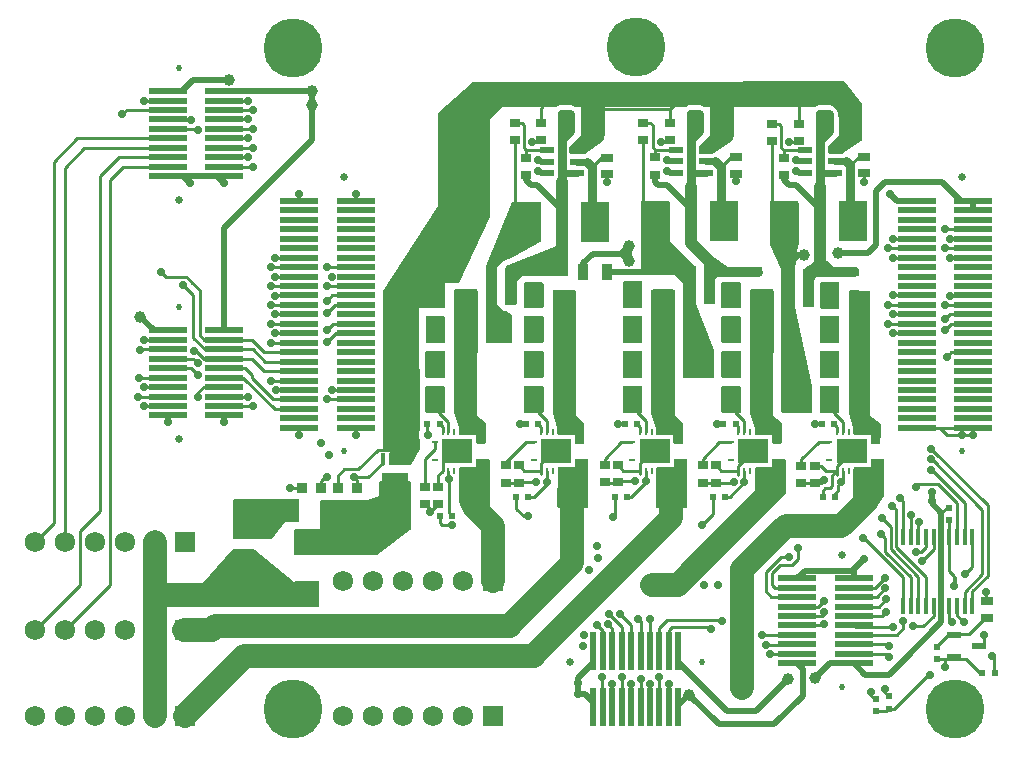
<source format=gbr>
%TF.GenerationSoftware,KiCad,Pcbnew,7.0.2*%
%TF.CreationDate,2023-06-06T11:51:25+03:00*%
%TF.ProjectId,MB_V1,4d425f56-312e-46b6-9963-61645f706362,rev?*%
%TF.SameCoordinates,Original*%
%TF.FileFunction,Copper,L1,Top*%
%TF.FilePolarity,Positive*%
%FSLAX46Y46*%
G04 Gerber Fmt 4.6, Leading zero omitted, Abs format (unit mm)*
G04 Created by KiCad (PCBNEW 7.0.2) date 2023-06-06 11:51:25*
%MOMM*%
%LPD*%
G01*
G04 APERTURE LIST*
%TA.AperFunction,SMDPad,CuDef*%
%ADD10R,0.475000X0.500000*%
%TD*%
%TA.AperFunction,SMDPad,CuDef*%
%ADD11R,0.500000X0.475000*%
%TD*%
%TA.AperFunction,SMDPad,CuDef*%
%ADD12R,1.300000X0.600000*%
%TD*%
%TA.AperFunction,SMDPad,CuDef*%
%ADD13R,0.980000X0.780000*%
%TD*%
%TA.AperFunction,SMDPad,CuDef*%
%ADD14R,0.950000X1.450000*%
%TD*%
%TA.AperFunction,SMDPad,CuDef*%
%ADD15R,0.620000X1.820000*%
%TD*%
%TA.AperFunction,ComponentPad*%
%ADD16C,1.725000*%
%TD*%
%TA.AperFunction,ComponentPad*%
%ADD17R,1.725000X1.725000*%
%TD*%
%TA.AperFunction,SMDPad,CuDef*%
%ADD18R,1.170000X1.800000*%
%TD*%
%TA.AperFunction,SMDPad,CuDef*%
%ADD19R,2.150000X2.200000*%
%TD*%
%TA.AperFunction,SMDPad,CuDef*%
%ADD20R,0.900000X0.650000*%
%TD*%
%TA.AperFunction,SMDPad,CuDef*%
%ADD21R,0.970000X1.470000*%
%TD*%
%TA.AperFunction,SMDPad,CuDef*%
%ADD22R,0.600000X0.240000*%
%TD*%
%TA.AperFunction,SMDPad,CuDef*%
%ADD23R,0.240000X0.600000*%
%TD*%
%TA.AperFunction,SMDPad,CuDef*%
%ADD24R,2.550000X2.050000*%
%TD*%
%TA.AperFunction,SMDPad,CuDef*%
%ADD25R,3.300000X0.500000*%
%TD*%
%TA.AperFunction,ComponentPad*%
%ADD26C,0.525000*%
%TD*%
%TA.AperFunction,ComponentPad*%
%ADD27C,0.675000*%
%TD*%
%TA.AperFunction,ComponentPad*%
%ADD28R,1.275000X1.275000*%
%TD*%
%TA.AperFunction,ComponentPad*%
%ADD29C,1.275000*%
%TD*%
%TA.AperFunction,SMDPad,CuDef*%
%ADD30R,0.500000X3.300000*%
%TD*%
%TA.AperFunction,SMDPad,CuDef*%
%ADD31R,2.400000X3.400000*%
%TD*%
%TA.AperFunction,SMDPad,CuDef*%
%ADD32R,1.250000X0.600000*%
%TD*%
%TA.AperFunction,SMDPad,CuDef*%
%ADD33R,0.405000X0.990000*%
%TD*%
%TA.AperFunction,SMDPad,CuDef*%
%ADD34R,0.405000X0.510000*%
%TD*%
%TA.AperFunction,SMDPad,CuDef*%
%ADD35R,2.235000X1.725000*%
%TD*%
%TA.AperFunction,SMDPad,CuDef*%
%ADD36R,0.077000X0.250000*%
%TD*%
%TA.AperFunction,SMDPad,CuDef*%
%ADD37R,0.450000X1.475000*%
%TD*%
%TA.AperFunction,SMDPad,CuDef*%
%ADD38R,0.900000X0.950000*%
%TD*%
%TA.AperFunction,ViaPad*%
%ADD39C,0.700000*%
%TD*%
%TA.AperFunction,ViaPad*%
%ADD40C,1.000000*%
%TD*%
%TA.AperFunction,ViaPad*%
%ADD41C,5.000000*%
%TD*%
%TA.AperFunction,Conductor*%
%ADD42C,0.250000*%
%TD*%
%TA.AperFunction,Conductor*%
%ADD43C,2.000000*%
%TD*%
%TA.AperFunction,Conductor*%
%ADD44C,0.500000*%
%TD*%
%TA.AperFunction,Conductor*%
%ADD45C,0.750000*%
%TD*%
%TA.AperFunction,Conductor*%
%ADD46C,1.000000*%
%TD*%
%TA.AperFunction,Conductor*%
%ADD47C,0.600000*%
%TD*%
G04 APERTURE END LIST*
D10*
%TO.P,R57,2*%
%TO.N,/S5_SW_EN*%
X149822000Y-141980000D03*
%TO.P,R57,1*%
%TO.N,GND*%
X148798000Y-141980000D03*
%TD*%
%TO.P,R56,2*%
%TO.N,/S4_SW_EN*%
X140562000Y-141990000D03*
%TO.P,R56,1*%
%TO.N,GND*%
X139538000Y-141990000D03*
%TD*%
%TO.P,R55,2*%
%TO.N,/S3_SW_EN*%
X132242000Y-141990000D03*
%TO.P,R55,1*%
%TO.N,GND*%
X131218000Y-141990000D03*
%TD*%
%TO.P,R54,2*%
%TO.N,/S2_SW_EN*%
X123892000Y-142010000D03*
%TO.P,R54,1*%
%TO.N,GND*%
X122868000Y-142010000D03*
%TD*%
%TO.P,R53,2*%
%TO.N,/S1_SW_EN*%
X117392000Y-143600000D03*
%TO.P,R53,1*%
%TO.N,GND*%
X116368000Y-143600000D03*
%TD*%
D11*
%TO.P,R52,2*%
%TO.N,/PWR_I2C_PULLUP*%
X154410000Y-159922000D03*
%TO.P,R52,1*%
%TO.N,/PWR_MCU_I2C_SDA*%
X154410000Y-158898000D03*
%TD*%
%TO.P,R51,2*%
%TO.N,/PWR_I2C_PULLUP*%
X153310000Y-160132000D03*
%TO.P,R51,1*%
%TO.N,/PWR_MCU_I2C_SCL*%
X153310000Y-159108000D03*
%TD*%
D10*
%TO.P,R50,2*%
%TO.N,/PWR_MCU_BOOTLOADER*%
X163362000Y-156940000D03*
%TO.P,R50,1*%
%TO.N,GND*%
X162338000Y-156940000D03*
%TD*%
D11*
%TO.P,R49,2*%
%TO.N,Net-(Q2-G)*%
X158490000Y-154698000D03*
%TO.P,R49,1*%
%TO.N,GND*%
X158490000Y-155722000D03*
%TD*%
D12*
%TO.P,Q2,3,D*%
%TO.N,Net-(IC7-NRST)*%
X162040000Y-154620000D03*
%TO.P,Q2,2,S*%
%TO.N,GND*%
X159940000Y-155570000D03*
%TO.P,Q2,1,G*%
%TO.N,Net-(Q2-G)*%
X159940000Y-153670000D03*
%TD*%
D13*
%TO.P,C13,2*%
%TO.N,/PWR_MCU_BOOTLOADER*%
X162740000Y-150850000D03*
%TO.P,C13,1*%
%TO.N,Net-(Q2-G)*%
X162740000Y-152250000D03*
%TD*%
D14*
%TO.P,R48,1*%
%TO.N,/VCC2_OUT*%
X128540000Y-122950000D03*
%TO.P,R48,2*%
%TO.N,/VCC2*%
X130540000Y-122950000D03*
%TD*%
D15*
%TO.P,C5,1*%
%TO.N,GND*%
X137670436Y-110900000D03*
%TO.P,C5,2*%
%TO.N,/VIN*%
X140870436Y-110900000D03*
%TD*%
D16*
%TO.P,J6,6,6*%
%TO.N,Net-(H2-Pad5)*%
X82076000Y-160578000D03*
%TO.P,J6,5,5*%
%TO.N,Net-(H2-Pad4)*%
X84616000Y-160578000D03*
%TO.P,J6,4,4*%
%TO.N,Net-(H2-Pad3)*%
X87156000Y-160578000D03*
%TO.P,J6,3,3*%
%TO.N,/PROG_PIN*%
X89696000Y-160578000D03*
%TO.P,J6,2,2*%
%TO.N,GND*%
X92236000Y-160578000D03*
D17*
%TO.P,J6,1,1*%
%TO.N,/VCC_S3_OUT*%
X94776000Y-160578000D03*
%TD*%
D18*
%TO.P,F1,1*%
%TO.N,/VIN_WILD*%
X103900000Y-143200000D03*
%TO.P,F1,2*%
%TO.N,Net-(Q1-D_1)*%
X106840000Y-143200000D03*
%TD*%
D14*
%TO.P,R30,1*%
%TO.N,/VIN*%
X149760000Y-125283334D03*
%TO.P,R30,2*%
%TO.N,/VCC_S5*%
X151760000Y-125283334D03*
%TD*%
%TO.P,R15,1*%
%TO.N,/VCC1*%
X141410000Y-128246666D03*
%TO.P,R15,2*%
%TO.N,/VCC_S4*%
X143410000Y-128246666D03*
%TD*%
%TO.P,R13,1*%
%TO.N,/VCC2*%
X141410000Y-131203332D03*
%TO.P,R13,2*%
%TO.N,/VCC_S4*%
X143410000Y-131203332D03*
%TD*%
D19*
%TO.P,D1,1*%
%TO.N,GND*%
X105110000Y-150260000D03*
%TO.P,D1,2*%
%TO.N,Net-(Q1-D_1)*%
X105110000Y-145860000D03*
%TD*%
D20*
%TO.P,R24,1*%
%TO.N,Net-(PS3-FB)*%
X144540872Y-110395000D03*
%TO.P,R24,2*%
%TO.N,/VCC3*%
X144540872Y-111845000D03*
%TD*%
%TO.P,R22,1*%
%TO.N,GND*%
X134600436Y-114717500D03*
%TO.P,R22,2*%
%TO.N,Net-(PS2-FB)*%
X134600436Y-113267500D03*
%TD*%
D10*
%TO.P,R46,1*%
%TO.N,GND*%
X140408000Y-135830000D03*
%TO.P,R46,2*%
%TO.N,Net-(IC4-ILIM)*%
X141432000Y-135830000D03*
%TD*%
D14*
%TO.P,R21,1*%
%TO.N,/VCC3*%
X116360000Y-134160000D03*
%TO.P,R21,2*%
%TO.N,/VCC_S1*%
X118360000Y-134160000D03*
%TD*%
D21*
%TO.P,C11,1*%
%TO.N,GND*%
X147610000Y-125220000D03*
%TO.P,C11,2*%
%TO.N,/VCC3*%
X145950000Y-125220000D03*
%TD*%
D10*
%TO.P,R44,1*%
%TO.N,GND*%
X123708000Y-135830000D03*
%TO.P,R44,2*%
%TO.N,Net-(IC2-ILIM)*%
X124732000Y-135830000D03*
%TD*%
D22*
%TO.P,IC4,1,NC_1*%
%TO.N,unconnected-(IC4-NC_1-Pad1)*%
X141028750Y-138880000D03*
D23*
%TO.P,IC4,2,GND*%
%TO.N,GND*%
X141678750Y-139780000D03*
%TO.P,IC4,3,EN*%
%TO.N,/S4_SW_EN*%
X142178750Y-139780000D03*
%TO.P,IC4,4,NC_2*%
%TO.N,unconnected-(IC4-NC_2-Pad4)*%
X142678750Y-139780000D03*
%TO.P,IC4,5,OUT_1*%
%TO.N,/VCC_S4_OUT*%
X143178750Y-139780000D03*
%TO.P,IC4,6,OUT_2*%
X143678750Y-139780000D03*
%TO.P,IC4,7,OUT_3*%
X144178750Y-139780000D03*
D22*
%TO.P,IC4,8,OUT_4*%
X144828750Y-138880000D03*
%TO.P,IC4,9,IN_1*%
%TO.N,/VCC_S4*%
X144828750Y-137380000D03*
D23*
%TO.P,IC4,10,IN_2*%
X144178750Y-136480000D03*
%TO.P,IC4,11,IN_3*%
X143678750Y-136480000D03*
%TO.P,IC4,12,IN_4*%
X143178750Y-136480000D03*
%TO.P,IC4,13,NC_3*%
%TO.N,unconnected-(IC4-NC_3-Pad13)*%
X142678750Y-136480000D03*
%TO.P,IC4,14,DIAG_EN*%
%TO.N,/VCC3*%
X142178750Y-136480000D03*
%TO.P,IC4,15,ILIM*%
%TO.N,Net-(IC4-ILIM)*%
X141678750Y-136480000D03*
D22*
%TO.P,IC4,16,IMON*%
%TO.N,Net-(IC4-IMON)*%
X141028750Y-137380000D03*
D24*
%TO.P,IC4,17,EP*%
%TO.N,GND*%
X142928750Y-138130000D03*
%TD*%
D14*
%TO.P,R4,1*%
%TO.N,/VCC3*%
X124710000Y-134170000D03*
%TO.P,R4,2*%
%TO.N,/VCC_S2*%
X126710000Y-134170000D03*
%TD*%
D25*
%TO.P,H1,1*%
%TO.N,/VCC3*%
X161560000Y-116950000D03*
%TO.P,H1,2*%
X161560000Y-117750000D03*
%TO.P,H1,3*%
%TO.N,unconnected-(H1-Pad3)*%
X161560000Y-118550000D03*
%TO.P,H1,4*%
%TO.N,/H4_17*%
X161560000Y-119350000D03*
%TO.P,H1,5*%
%TO.N,/H4_16*%
X161560000Y-120150000D03*
%TO.P,H1,6*%
%TO.N,/H4_15*%
X161560000Y-120950000D03*
%TO.P,H1,7*%
%TO.N,/PWR_MCU_BOOTLOADER*%
X161560000Y-121750000D03*
%TO.P,H1,8*%
%TO.N,unconnected-(H1-Pad8)*%
X161560000Y-122550000D03*
%TO.P,H1,9*%
%TO.N,unconnected-(H1-Pad9)*%
X161560000Y-123350000D03*
%TO.P,H1,10*%
%TO.N,unconnected-(H1-Pad10)*%
X161560000Y-124150000D03*
%TO.P,H1,11*%
%TO.N,/H3_19*%
X161560000Y-124950000D03*
%TO.P,H1,12*%
%TO.N,/H3_18*%
X161560000Y-125750000D03*
%TO.P,H1,13*%
%TO.N,/H3_9*%
X161560000Y-126550000D03*
%TO.P,H1,14*%
%TO.N,/H3_8*%
X161560000Y-127350000D03*
%TO.P,H1,15*%
%TO.N,unconnected-(H1-Pad15)*%
X161560000Y-128150000D03*
%TO.P,H1,16*%
%TO.N,unconnected-(H1-Pad16)*%
X161560000Y-128950000D03*
%TO.P,H1,17*%
%TO.N,/PWR_I2C_PULLUP*%
X161560000Y-129750000D03*
%TO.P,H1,18*%
%TO.N,unconnected-(H1-Pad18)*%
X161560000Y-130550000D03*
%TO.P,H1,19*%
%TO.N,unconnected-(H1-Pad19)*%
X161560000Y-131350000D03*
%TO.P,H1,20*%
%TO.N,unconnected-(H1-Pad20)*%
X161560000Y-132150000D03*
%TO.P,H1,21*%
%TO.N,unconnected-(H1-Pad21)*%
X161560000Y-132950000D03*
%TO.P,H1,22*%
%TO.N,unconnected-(H1-Pad22)*%
X161560000Y-133750000D03*
%TO.P,H1,23*%
%TO.N,unconnected-(H1-Pad23)*%
X161560000Y-134550000D03*
%TO.P,H1,24*%
%TO.N,unconnected-(H1-Pad24)*%
X161560000Y-135350000D03*
%TO.P,H1,25*%
%TO.N,GND*%
X161560000Y-136150000D03*
%TO.P,H1,26*%
%TO.N,/VCC2_OUT*%
X156760000Y-116950000D03*
%TO.P,H1,27*%
%TO.N,unconnected-(H1-Pad27)*%
X156760000Y-117750000D03*
%TO.P,H1,28*%
%TO.N,unconnected-(H1-Pad28)*%
X156760000Y-118550000D03*
%TO.P,H1,29*%
%TO.N,unconnected-(H1-Pad29)*%
X156760000Y-119350000D03*
%TO.P,H1,30*%
%TO.N,/H3_14*%
X156760000Y-120150000D03*
%TO.P,H1,31*%
%TO.N,/H3_13*%
X156760000Y-120950000D03*
%TO.P,H1,32*%
%TO.N,/H3_12*%
X156760000Y-121750000D03*
%TO.P,H1,33*%
%TO.N,unconnected-(H1-Pad33)*%
X156760000Y-122550000D03*
%TO.P,H1,34*%
%TO.N,unconnected-(H1-Pad34)*%
X156760000Y-123350000D03*
%TO.P,H1,35*%
%TO.N,unconnected-(H1-Pad35)*%
X156760000Y-124150000D03*
%TO.P,H1,36*%
%TO.N,/H4_19*%
X156760000Y-124950000D03*
%TO.P,H1,37*%
%TO.N,/H4_18*%
X156760000Y-125750000D03*
%TO.P,H1,38*%
%TO.N,/H4_7*%
X156760000Y-126550000D03*
%TO.P,H1,39*%
%TO.N,/H4_6*%
X156760000Y-127350000D03*
%TO.P,H1,40*%
%TO.N,/H3_15*%
X156760000Y-128150000D03*
%TO.P,H1,41*%
%TO.N,unconnected-(H1-Pad41)*%
X156760000Y-128950000D03*
%TO.P,H1,42*%
%TO.N,unconnected-(H1-Pad42)*%
X156760000Y-129750000D03*
%TO.P,H1,43*%
%TO.N,unconnected-(H1-Pad43)*%
X156760000Y-130550000D03*
%TO.P,H1,44*%
%TO.N,unconnected-(H1-Pad44)*%
X156760000Y-131350000D03*
%TO.P,H1,45*%
%TO.N,unconnected-(H1-Pad45)*%
X156760000Y-132150000D03*
%TO.P,H1,46*%
%TO.N,unconnected-(H1-Pad46)*%
X156760000Y-132950000D03*
%TO.P,H1,47*%
%TO.N,unconnected-(H1-Pad47)*%
X156760000Y-133750000D03*
%TO.P,H1,48*%
%TO.N,unconnected-(H1-Pad48)*%
X156760000Y-134550000D03*
%TO.P,H1,49*%
%TO.N,unconnected-(H1-Pad49)*%
X156760000Y-135350000D03*
%TO.P,H1,50*%
%TO.N,GND*%
X156760000Y-136150000D03*
%TO.P,H1,51*%
X109270000Y-136150000D03*
%TO.P,H1,52*%
%TO.N,unconnected-(H1-Pad52)*%
X109270000Y-135350000D03*
%TO.P,H1,53*%
%TO.N,unconnected-(H1-Pad53)*%
X109270000Y-134550000D03*
%TO.P,H1,54*%
%TO.N,/H2_9*%
X109270000Y-133750000D03*
%TO.P,H1,55*%
%TO.N,/H2_8*%
X109270000Y-132950000D03*
%TO.P,H1,56*%
%TO.N,unconnected-(H1-Pad56)*%
X109270000Y-132150000D03*
%TO.P,H1,57*%
%TO.N,unconnected-(H1-Pad57)*%
X109270000Y-131350000D03*
%TO.P,H1,58*%
%TO.N,unconnected-(H1-Pad58)*%
X109270000Y-130550000D03*
%TO.P,H1,59*%
%TO.N,unconnected-(H1-Pad59)*%
X109270000Y-129750000D03*
%TO.P,H1,60*%
%TO.N,unconnected-(H1-Pad60)*%
X109270000Y-128950000D03*
%TO.P,H1,61*%
%TO.N,/H3_17*%
X109270000Y-128150000D03*
%TO.P,H1,62*%
%TO.N,/H3_16*%
X109270000Y-127350000D03*
%TO.P,H1,63*%
%TO.N,unconnected-(H1-Pad63)*%
X109270000Y-126550000D03*
%TO.P,H1,64*%
%TO.N,/PWR_MCU_I2C_SDA*%
X109270000Y-125750000D03*
%TO.P,H1,65*%
%TO.N,/PWR_MCU_I2C_SCL*%
X109270000Y-124950000D03*
%TO.P,H1,66*%
%TO.N,/H5_17*%
X109270000Y-124150000D03*
%TO.P,H1,67*%
%TO.N,/H5_16*%
X109270000Y-123350000D03*
%TO.P,H1,68*%
%TO.N,/H5_15*%
X109270000Y-122550000D03*
%TO.P,H1,69*%
%TO.N,unconnected-(H1-Pad69)*%
X109270000Y-121750000D03*
%TO.P,H1,70*%
%TO.N,unconnected-(H1-Pad70)*%
X109270000Y-120950000D03*
%TO.P,H1,71*%
%TO.N,unconnected-(H1-Pad71)*%
X109270000Y-120150000D03*
%TO.P,H1,72*%
%TO.N,unconnected-(H1-Pad72)*%
X109270000Y-119350000D03*
%TO.P,H1,73*%
%TO.N,unconnected-(H1-Pad73)*%
X109270000Y-118550000D03*
%TO.P,H1,74*%
%TO.N,unconnected-(H1-Pad74)*%
X109270000Y-117750000D03*
%TO.P,H1,75*%
%TO.N,GND*%
X109270000Y-116950000D03*
%TO.P,H1,76*%
X104470000Y-136150000D03*
%TO.P,H1,77*%
%TO.N,unconnected-(H1-Pad77)*%
X104470000Y-135350000D03*
%TO.P,H1,78*%
%TO.N,/H2_16*%
X104470000Y-134550000D03*
%TO.P,H1,79*%
%TO.N,/H2_15*%
X104470000Y-133750000D03*
%TO.P,H1,80*%
%TO.N,/H3_7*%
X104470000Y-132950000D03*
%TO.P,H1,81*%
%TO.N,/H3_6*%
X104470000Y-132150000D03*
%TO.P,H1,82*%
%TO.N,/H2_14*%
X104470000Y-131350000D03*
%TO.P,H1,83*%
%TO.N,/H2_13*%
X104470000Y-130550000D03*
%TO.P,H1,84*%
%TO.N,/H2_12*%
X104470000Y-129750000D03*
%TO.P,H1,85*%
%TO.N,/H2_19*%
X104470000Y-128950000D03*
%TO.P,H1,86*%
%TO.N,/H2_7*%
X104470000Y-128150000D03*
%TO.P,H1,87*%
%TO.N,/H2_6*%
X104470000Y-127350000D03*
%TO.P,H1,88*%
%TO.N,/H5_7*%
X104470000Y-126550000D03*
%TO.P,H1,89*%
%TO.N,/H5_6*%
X104470000Y-125750000D03*
%TO.P,H1,90*%
%TO.N,/H2_18*%
X104470000Y-124950000D03*
%TO.P,H1,91*%
%TO.N,/H2_17*%
X104470000Y-124150000D03*
%TO.P,H1,92*%
%TO.N,/H5_18*%
X104470000Y-123350000D03*
%TO.P,H1,93*%
%TO.N,/H5_19*%
X104470000Y-122550000D03*
%TO.P,H1,94*%
%TO.N,/PROG_PIN*%
X104470000Y-121750000D03*
%TO.P,H1,95*%
%TO.N,unconnected-(H1-Pad95)*%
X104470000Y-120950000D03*
%TO.P,H1,96*%
%TO.N,unconnected-(H1-Pad96)*%
X104470000Y-120150000D03*
%TO.P,H1,97*%
%TO.N,unconnected-(H1-Pad97)*%
X104470000Y-119350000D03*
%TO.P,H1,98*%
%TO.N,unconnected-(H1-Pad98)*%
X104470000Y-118550000D03*
%TO.P,H1,99*%
%TO.N,unconnected-(H1-Pad99)*%
X104470000Y-117750000D03*
%TO.P,H1,100*%
%TO.N,GND*%
X104470000Y-116950000D03*
D26*
%TO.P,H1,MH1*%
%TO.N,N/C*%
X108320000Y-138150000D03*
X160610000Y-138150000D03*
D27*
%TO.P,H1,MH2*%
X108320000Y-114950000D03*
X160610000Y-114950000D03*
%TD*%
D28*
%TO.P,J5,1,1*%
%TO.N,/VIN_WILD*%
X99830000Y-144840000D03*
D29*
%TO.P,J5,2,2*%
%TO.N,GND*%
X99830000Y-147380000D03*
%TD*%
D14*
%TO.P,R10,1*%
%TO.N,/VIN*%
X133060000Y-125290000D03*
%TO.P,R10,2*%
%TO.N,/VCC_S3*%
X135060000Y-125290000D03*
%TD*%
%TO.P,R29,1*%
%TO.N,/VCC2*%
X149760000Y-131250000D03*
%TO.P,R29,2*%
%TO.N,/VCC_S5*%
X151760000Y-131250000D03*
%TD*%
D10*
%TO.P,R45,1*%
%TO.N,GND*%
X132058000Y-135830000D03*
%TO.P,R45,2*%
%TO.N,Net-(IC3-ILIM)*%
X133082000Y-135830000D03*
%TD*%
D20*
%TO.P,R20,1*%
%TO.N,Net-(PS2-FB)*%
X133630436Y-110375000D03*
%TO.P,R20,2*%
%TO.N,/VCC2*%
X133630436Y-111825000D03*
%TD*%
D14*
%TO.P,R7,1*%
%TO.N,/VCC1*%
X124710000Y-128250000D03*
%TO.P,R7,2*%
%TO.N,/VCC_S2*%
X126710000Y-128250000D03*
%TD*%
D20*
%TO.P,R41,1*%
%TO.N,/S5_SW_IMON*%
X147010000Y-140855000D03*
%TO.P,R41,2*%
%TO.N,Net-(IC5-IMON)*%
X147010000Y-139405000D03*
%TD*%
D30*
%TO.P,H3,1*%
%TO.N,GND*%
X129385000Y-155030000D03*
%TO.P,H3,2*%
%TO.N,Net-(H3-Pad2)*%
X130185000Y-155030000D03*
%TO.P,H3,3*%
%TO.N,Net-(H3-Pad3)*%
X130985000Y-155030000D03*
%TO.P,H3,4*%
%TO.N,Net-(H3-Pad4)*%
X131785000Y-155030000D03*
%TO.P,H3,5*%
%TO.N,Net-(H3-Pad5)*%
X132585000Y-155030000D03*
%TO.P,H3,6*%
%TO.N,/H3_6*%
X133385000Y-155030000D03*
%TO.P,H3,7*%
%TO.N,/H3_7*%
X134185000Y-155030000D03*
%TO.P,H3,8*%
%TO.N,/H3_8*%
X134985000Y-155030000D03*
%TO.P,H3,9*%
%TO.N,/H3_9*%
X135785000Y-155030000D03*
%TO.P,H3,10*%
%TO.N,/VCC3*%
X136585000Y-155030000D03*
%TO.P,H3,11*%
%TO.N,/VCC2_OUT*%
X136585000Y-159830000D03*
%TO.P,H3,12*%
%TO.N,/H3_12*%
X135785000Y-159830000D03*
%TO.P,H3,13*%
%TO.N,/H3_13*%
X134985000Y-159830000D03*
%TO.P,H3,14*%
%TO.N,/H3_14*%
X134185000Y-159830000D03*
%TO.P,H3,15*%
%TO.N,/H3_15*%
X133385000Y-159830000D03*
%TO.P,H3,16*%
%TO.N,/H3_16*%
X132585000Y-159830000D03*
%TO.P,H3,17*%
%TO.N,/H3_17*%
X131785000Y-159830000D03*
%TO.P,H3,18*%
%TO.N,/H3_18*%
X130985000Y-159830000D03*
%TO.P,H3,19*%
%TO.N,/H3_19*%
X130185000Y-159830000D03*
%TO.P,H3,20*%
%TO.N,GND*%
X129385000Y-159830000D03*
D26*
%TO.P,H3,MH1*%
%TO.N,N/C*%
X138585000Y-155980000D03*
D27*
%TO.P,H3,MH2*%
X127385000Y-155980000D03*
%TD*%
D20*
%TO.P,R16,1*%
%TO.N,Net-(PS1-FB)*%
X122720000Y-110365000D03*
%TO.P,R16,2*%
%TO.N,/VCC1*%
X122720000Y-111815000D03*
%TD*%
D13*
%TO.P,C10,1*%
%TO.N,Net-(PS3-SW)*%
X152340872Y-113220000D03*
%TO.P,C10,2*%
%TO.N,Net-(PS3-CB)*%
X152340872Y-114620000D03*
%TD*%
D31*
%TO.P,L2,1*%
%TO.N,Net-(PS2-SW)*%
X140450436Y-118680000D03*
%TO.P,L2,2*%
%TO.N,/VCC2*%
X134650436Y-118680000D03*
%TD*%
D20*
%TO.P,R36,1*%
%TO.N,GND*%
X123090000Y-139345000D03*
%TO.P,R36,2*%
%TO.N,/S2_SW_IMON*%
X123090000Y-140795000D03*
%TD*%
D14*
%TO.P,R9,1*%
%TO.N,/VCC2*%
X133060000Y-131203332D03*
%TO.P,R9,2*%
%TO.N,/VCC_S3*%
X135060000Y-131203332D03*
%TD*%
%TO.P,R28,1*%
%TO.N,/VCC3*%
X149760000Y-134233334D03*
%TO.P,R28,2*%
%TO.N,/VCC_S5*%
X151760000Y-134233334D03*
%TD*%
D10*
%TO.P,R47,1*%
%TO.N,GND*%
X148758000Y-135830000D03*
%TO.P,R47,2*%
%TO.N,Net-(IC5-ILIM)*%
X149782000Y-135830000D03*
%TD*%
D17*
%TO.P,J1,1,1*%
%TO.N,/VCC_S1_OUT*%
X120936000Y-149140000D03*
D16*
%TO.P,J1,2,2*%
%TO.N,GND*%
X118396000Y-149140000D03*
%TO.P,J1,3,3*%
%TO.N,Net-(H4-Pad2)*%
X115856000Y-149140000D03*
%TO.P,J1,4,4*%
%TO.N,Net-(H4-Pad3)*%
X113316000Y-149140000D03*
%TO.P,J1,5,5*%
%TO.N,Net-(H4-Pad4)*%
X110776000Y-149140000D03*
%TO.P,J1,6,6*%
%TO.N,Net-(H4-Pad5)*%
X108236000Y-149140000D03*
%TD*%
D32*
%TO.P,PS3,1,GND*%
%TO.N,GND*%
X149850872Y-114550000D03*
%TO.P,PS3,2,SW*%
%TO.N,Net-(PS3-SW)*%
X149850872Y-113600000D03*
%TO.P,PS3,3,VIN*%
%TO.N,/VIN*%
X149850872Y-112650000D03*
%TO.P,PS3,4,FB*%
%TO.N,Net-(PS3-FB)*%
X147350872Y-112650000D03*
%TO.P,PS3,5,EN*%
%TO.N,/DCDC3_EN*%
X147350872Y-113600000D03*
%TO.P,PS3,6,CB*%
%TO.N,Net-(PS3-CB)*%
X147350872Y-114550000D03*
%TD*%
D20*
%TO.P,R42,1*%
%TO.N,GND*%
X148120000Y-139405000D03*
%TO.P,R42,2*%
%TO.N,/S5_SW_IMON*%
X148120000Y-140855000D03*
%TD*%
D21*
%TO.P,C8,1*%
%TO.N,GND*%
X139250000Y-124970000D03*
%TO.P,C8,2*%
%TO.N,/VCC2*%
X137590000Y-124970000D03*
%TD*%
D25*
%TO.P,H2,1*%
%TO.N,GND*%
X93340000Y-135110000D03*
%TO.P,H2,2*%
%TO.N,unconnected-(H2-Pad2)*%
X93340000Y-134310000D03*
%TO.P,H2,3*%
%TO.N,Net-(H2-Pad3)*%
X93340000Y-133510000D03*
%TO.P,H2,4*%
%TO.N,Net-(H2-Pad4)*%
X93340000Y-132710000D03*
%TO.P,H2,5*%
%TO.N,Net-(H2-Pad5)*%
X93340000Y-131910000D03*
%TO.P,H2,6*%
%TO.N,/H2_6*%
X93340000Y-131110000D03*
%TO.P,H2,7*%
%TO.N,/H2_7*%
X93340000Y-130310000D03*
%TO.P,H2,8*%
%TO.N,/H2_8*%
X93340000Y-129510000D03*
%TO.P,H2,9*%
%TO.N,/H2_9*%
X93340000Y-128710000D03*
%TO.P,H2,10*%
%TO.N,/VCC3*%
X93340000Y-127910000D03*
%TO.P,H2,11*%
%TO.N,/VCC2_OUT*%
X98140000Y-127910000D03*
%TO.P,H2,12*%
%TO.N,/H2_12*%
X98140000Y-128710000D03*
%TO.P,H2,13*%
%TO.N,/H2_13*%
X98140000Y-129510000D03*
%TO.P,H2,14*%
%TO.N,/H2_14*%
X98140000Y-130310000D03*
%TO.P,H2,15*%
%TO.N,/H2_15*%
X98140000Y-131110000D03*
%TO.P,H2,16*%
%TO.N,/H2_16*%
X98140000Y-131910000D03*
%TO.P,H2,17*%
%TO.N,/H2_17*%
X98140000Y-132710000D03*
%TO.P,H2,18*%
%TO.N,/H2_18*%
X98140000Y-133510000D03*
%TO.P,H2,19*%
%TO.N,/H2_19*%
X98140000Y-134310000D03*
%TO.P,H2,20*%
%TO.N,GND*%
X98140000Y-135110000D03*
D26*
%TO.P,H2,MH1*%
%TO.N,N/C*%
X94290000Y-125910000D03*
D27*
%TO.P,H2,MH2*%
X94290000Y-137110000D03*
%TD*%
D21*
%TO.P,C7,1*%
%TO.N,GND*%
X139250000Y-123190000D03*
%TO.P,C7,2*%
%TO.N,/VCC2*%
X137590000Y-123190000D03*
%TD*%
D33*
%TO.P,Q1,1,S_1*%
%TO.N,/VIN*%
X113580000Y-138835000D03*
%TO.P,Q1,2,S_2*%
X112920000Y-138835000D03*
%TO.P,Q1,3,S_3*%
X112260000Y-138835000D03*
%TO.P,Q1,4,G*%
%TO.N,Net-(Q1-G)*%
X111600000Y-138835000D03*
D34*
%TO.P,Q1,5,D_1*%
%TO.N,Net-(Q1-D_1)*%
X111600000Y-141945000D03*
%TO.P,Q1,6,D_2*%
X112260000Y-141945000D03*
%TO.P,Q1,7,D_3*%
X112920000Y-141945000D03*
%TO.P,Q1,8,D_4*%
X113580000Y-141945000D03*
D35*
%TO.P,Q1,9,D_5*%
X112590000Y-140827000D03*
D36*
%TO.P,Q1,10,D_6*%
X111434000Y-141565000D03*
%TO.P,Q1,11,D_7*%
X113746000Y-141565000D03*
%TD*%
D14*
%TO.P,R3,1*%
%TO.N,/VCC1*%
X116360000Y-128246666D03*
%TO.P,R3,2*%
%TO.N,/VCC_S1*%
X118360000Y-128246666D03*
%TD*%
D25*
%TO.P,H5,1*%
%TO.N,GND*%
X93340000Y-114850000D03*
%TO.P,H5,2*%
%TO.N,Net-(H5-Pad2)*%
X93340000Y-114050000D03*
%TO.P,H5,3*%
%TO.N,Net-(H5-Pad3)*%
X93340000Y-113250000D03*
%TO.P,H5,4*%
%TO.N,Net-(H5-Pad4)*%
X93340000Y-112450000D03*
%TO.P,H5,5*%
%TO.N,Net-(H5-Pad5)*%
X93340000Y-111650000D03*
%TO.P,H5,6*%
%TO.N,/H5_6*%
X93340000Y-110850000D03*
%TO.P,H5,7*%
%TO.N,/H5_7*%
X93340000Y-110050000D03*
%TO.P,H5,8*%
%TO.N,/H2_8*%
X93340000Y-109250000D03*
%TO.P,H5,9*%
%TO.N,/H2_9*%
X93340000Y-108450000D03*
%TO.P,H5,10*%
%TO.N,/VCC3*%
X93340000Y-107650000D03*
%TO.P,H5,11*%
%TO.N,/VCC2_OUT*%
X98140000Y-107650000D03*
%TO.P,H5,12*%
%TO.N,/H2_12*%
X98140000Y-108450000D03*
%TO.P,H5,13*%
%TO.N,/H2_13*%
X98140000Y-109250000D03*
%TO.P,H5,14*%
%TO.N,/H2_14*%
X98140000Y-110050000D03*
%TO.P,H5,15*%
%TO.N,/H5_15*%
X98140000Y-110850000D03*
%TO.P,H5,16*%
%TO.N,/H5_16*%
X98140000Y-111650000D03*
%TO.P,H5,17*%
%TO.N,/H5_17*%
X98140000Y-112450000D03*
%TO.P,H5,18*%
%TO.N,/H5_18*%
X98140000Y-113250000D03*
%TO.P,H5,19*%
%TO.N,/H5_19*%
X98140000Y-114050000D03*
%TO.P,H5,20*%
%TO.N,GND*%
X98140000Y-114850000D03*
D26*
%TO.P,H5,MH1*%
%TO.N,N/C*%
X94290000Y-105650000D03*
D27*
%TO.P,H5,MH2*%
X94290000Y-116850000D03*
%TD*%
D20*
%TO.P,R23,1*%
%TO.N,/VIN*%
X146770872Y-110395000D03*
%TO.P,R23,2*%
%TO.N,/DCDC3_EN*%
X146770872Y-111845000D03*
%TD*%
D32*
%TO.P,PS1,1,GND*%
%TO.N,GND*%
X127990000Y-114570000D03*
%TO.P,PS1,2,SW*%
%TO.N,Net-(PS1-SW)*%
X127990000Y-113620000D03*
%TO.P,PS1,3,VIN*%
%TO.N,/VIN*%
X127990000Y-112670000D03*
%TO.P,PS1,4,FB*%
%TO.N,Net-(PS1-FB)*%
X125490000Y-112670000D03*
%TO.P,PS1,5,EN*%
%TO.N,/DCDC1_EN*%
X125490000Y-113620000D03*
%TO.P,PS1,6,CB*%
%TO.N,Net-(PS1-CB)*%
X125490000Y-114570000D03*
%TD*%
D22*
%TO.P,IC3,1,NC_1*%
%TO.N,unconnected-(IC3-NC_1-Pad1)*%
X132677500Y-138880000D03*
D23*
%TO.P,IC3,2,GND*%
%TO.N,GND*%
X133327500Y-139780000D03*
%TO.P,IC3,3,EN*%
%TO.N,/S3_SW_EN*%
X133827500Y-139780000D03*
%TO.P,IC3,4,NC_2*%
%TO.N,unconnected-(IC3-NC_2-Pad4)*%
X134327500Y-139780000D03*
%TO.P,IC3,5,OUT_1*%
%TO.N,/VCC_S3_OUT*%
X134827500Y-139780000D03*
%TO.P,IC3,6,OUT_2*%
X135327500Y-139780000D03*
%TO.P,IC3,7,OUT_3*%
X135827500Y-139780000D03*
D22*
%TO.P,IC3,8,OUT_4*%
X136477500Y-138880000D03*
%TO.P,IC3,9,IN_1*%
%TO.N,/VCC_S3*%
X136477500Y-137380000D03*
D23*
%TO.P,IC3,10,IN_2*%
X135827500Y-136480000D03*
%TO.P,IC3,11,IN_3*%
X135327500Y-136480000D03*
%TO.P,IC3,12,IN_4*%
X134827500Y-136480000D03*
%TO.P,IC3,13,NC_3*%
%TO.N,unconnected-(IC3-NC_3-Pad13)*%
X134327500Y-136480000D03*
%TO.P,IC3,14,DIAG_EN*%
%TO.N,/VCC3*%
X133827500Y-136480000D03*
%TO.P,IC3,15,ILIM*%
%TO.N,Net-(IC3-ILIM)*%
X133327500Y-136480000D03*
D22*
%TO.P,IC3,16,IMON*%
%TO.N,Net-(IC3-IMON)*%
X132677500Y-137380000D03*
D24*
%TO.P,IC3,17,EP*%
%TO.N,GND*%
X134577500Y-138130000D03*
%TD*%
D14*
%TO.P,R12,1*%
%TO.N,/VCC3*%
X141410000Y-134160000D03*
%TO.P,R12,2*%
%TO.N,/VCC_S4*%
X143410000Y-134160000D03*
%TD*%
D21*
%TO.P,C2,1*%
%TO.N,GND*%
X122420000Y-125030000D03*
%TO.P,C2,2*%
%TO.N,/VCC1*%
X120760000Y-125030000D03*
%TD*%
D13*
%TO.P,C4,1*%
%TO.N,Net-(PS1-SW)*%
X130520000Y-113280000D03*
%TO.P,C4,2*%
%TO.N,Net-(PS1-CB)*%
X130520000Y-114680000D03*
%TD*%
D21*
%TO.P,C12,1*%
%TO.N,GND*%
X147610000Y-123440000D03*
%TO.P,C12,2*%
%TO.N,/VCC3*%
X145950000Y-123440000D03*
%TD*%
D22*
%TO.P,IC2,1,NC_1*%
%TO.N,unconnected-(IC2-NC_1-Pad1)*%
X124326250Y-138880000D03*
D23*
%TO.P,IC2,2,GND*%
%TO.N,GND*%
X124976250Y-139780000D03*
%TO.P,IC2,3,EN*%
%TO.N,/S2_SW_EN*%
X125476250Y-139780000D03*
%TO.P,IC2,4,NC_2*%
%TO.N,unconnected-(IC2-NC_2-Pad4)*%
X125976250Y-139780000D03*
%TO.P,IC2,5,OUT_1*%
%TO.N,/VCC_S2_OUT*%
X126476250Y-139780000D03*
%TO.P,IC2,6,OUT_2*%
X126976250Y-139780000D03*
%TO.P,IC2,7,OUT_3*%
X127476250Y-139780000D03*
D22*
%TO.P,IC2,8,OUT_4*%
X128126250Y-138880000D03*
%TO.P,IC2,9,IN_1*%
%TO.N,/VCC_S2*%
X128126250Y-137380000D03*
D23*
%TO.P,IC2,10,IN_2*%
X127476250Y-136480000D03*
%TO.P,IC2,11,IN_3*%
X126976250Y-136480000D03*
%TO.P,IC2,12,IN_4*%
X126476250Y-136480000D03*
%TO.P,IC2,13,NC_3*%
%TO.N,unconnected-(IC2-NC_3-Pad13)*%
X125976250Y-136480000D03*
%TO.P,IC2,14,DIAG_EN*%
%TO.N,/VCC3*%
X125476250Y-136480000D03*
%TO.P,IC2,15,ILIM*%
%TO.N,Net-(IC2-ILIM)*%
X124976250Y-136480000D03*
D22*
%TO.P,IC2,16,IMON*%
%TO.N,Net-(IC2-IMON)*%
X124326250Y-137380000D03*
D24*
%TO.P,IC2,17,EP*%
%TO.N,GND*%
X126226250Y-138130000D03*
%TD*%
D17*
%TO.P,J2,1,1*%
%TO.N,/VCC_S4_OUT*%
X94776000Y-145858000D03*
D16*
%TO.P,J2,2,2*%
%TO.N,GND*%
X92236000Y-145858000D03*
%TO.P,J2,3,3*%
%TO.N,unconnected-(J2-Pad3)*%
X89696000Y-145858000D03*
%TO.P,J2,4,4*%
%TO.N,unconnected-(J2-Pad4)*%
X87156000Y-145858000D03*
%TO.P,J2,5,5*%
%TO.N,Net-(H5-Pad4)*%
X84616000Y-145858000D03*
%TO.P,J2,6,6*%
%TO.N,Net-(H5-Pad5)*%
X82076000Y-145858000D03*
%TD*%
D20*
%TO.P,R38,1*%
%TO.N,GND*%
X131450000Y-139335000D03*
%TO.P,R38,2*%
%TO.N,/S3_SW_IMON*%
X131450000Y-140785000D03*
%TD*%
D25*
%TO.P,H4,1*%
%TO.N,GND*%
X151430000Y-148890000D03*
%TO.P,H4,2*%
%TO.N,Net-(H4-Pad2)*%
X151430000Y-149690000D03*
%TO.P,H4,3*%
%TO.N,Net-(H4-Pad3)*%
X151430000Y-150490000D03*
%TO.P,H4,4*%
%TO.N,Net-(H4-Pad4)*%
X151430000Y-151290000D03*
%TO.P,H4,5*%
%TO.N,Net-(H4-Pad5)*%
X151430000Y-152090000D03*
%TO.P,H4,6*%
%TO.N,/H4_6*%
X151430000Y-152890000D03*
%TO.P,H4,7*%
%TO.N,/H4_7*%
X151430000Y-153690000D03*
%TO.P,H4,8*%
%TO.N,/H3_8*%
X151430000Y-154490000D03*
%TO.P,H4,9*%
%TO.N,/H3_9*%
X151430000Y-155290000D03*
%TO.P,H4,10*%
%TO.N,/VCC3*%
X151430000Y-156090000D03*
%TO.P,H4,11*%
%TO.N,/VCC2_OUT*%
X146630000Y-156090000D03*
%TO.P,H4,12*%
%TO.N,/H3_12*%
X146630000Y-155290000D03*
%TO.P,H4,13*%
%TO.N,/H3_13*%
X146630000Y-154490000D03*
%TO.P,H4,14*%
%TO.N,/H3_14*%
X146630000Y-153690000D03*
%TO.P,H4,15*%
%TO.N,/H4_15*%
X146630000Y-152890000D03*
%TO.P,H4,16*%
%TO.N,/H4_16*%
X146630000Y-152090000D03*
%TO.P,H4,17*%
%TO.N,/H4_17*%
X146630000Y-151290000D03*
%TO.P,H4,18*%
%TO.N,/H4_18*%
X146630000Y-150490000D03*
%TO.P,H4,19*%
%TO.N,/H4_19*%
X146630000Y-149690000D03*
%TO.P,H4,20*%
%TO.N,GND*%
X146630000Y-148890000D03*
D26*
%TO.P,H4,MH1*%
%TO.N,N/C*%
X150480000Y-158090000D03*
D27*
%TO.P,H4,MH2*%
X150480000Y-146890000D03*
%TD*%
D14*
%TO.P,R14,1*%
%TO.N,/VIN*%
X141410000Y-125290000D03*
%TO.P,R14,2*%
%TO.N,/VCC_S4*%
X143410000Y-125290000D03*
%TD*%
D37*
%TO.P,IC7,1,PB9-BOOT0*%
%TO.N,/PWR_MCU_BOOTLOADER*%
X161465000Y-145372000D03*
%TO.P,IC7,2,PC14-OSC32_IN*%
%TO.N,/DCDC1_EN*%
X160815000Y-145372000D03*
%TO.P,IC7,3,PC15-OSC32_OUT*%
%TO.N,/S5_SW_EN*%
X160165000Y-145372000D03*
%TO.P,IC7,4,NRST*%
%TO.N,Net-(IC7-NRST)*%
X159515000Y-145372000D03*
%TO.P,IC7,5,VDDA*%
%TO.N,/VCC3*%
X158865000Y-145372000D03*
%TO.P,IC7,6,PA0-CK_IN*%
%TO.N,/S1_SW_IMON*%
X158215000Y-145372000D03*
%TO.P,IC7,7,PA1*%
%TO.N,/S2_SW_IMON*%
X157565000Y-145372000D03*
%TO.P,IC7,8,PA2*%
%TO.N,/S3_SW_IMON*%
X156915000Y-145372000D03*
%TO.P,IC7,9,PA3*%
%TO.N,/S4_SW_IMON*%
X156265000Y-145372000D03*
%TO.P,IC7,10,PA4*%
%TO.N,/S5_SW_IMON*%
X155615000Y-145372000D03*
%TO.P,IC7,11,PA5*%
%TO.N,/S1_SW_EN*%
X155615000Y-151248000D03*
%TO.P,IC7,12,PA6*%
%TO.N,/S2_SW_EN*%
X156265000Y-151248000D03*
%TO.P,IC7,13,PA7*%
%TO.N,/S3_SW_EN*%
X156915000Y-151248000D03*
%TO.P,IC7,14,PB1*%
%TO.N,/S4_SW_EN*%
X157565000Y-151248000D03*
%TO.P,IC7,15,VSS*%
%TO.N,GND*%
X158215000Y-151248000D03*
%TO.P,IC7,16,VDD*%
%TO.N,/VCC3*%
X158865000Y-151248000D03*
%TO.P,IC7,17,PA9*%
%TO.N,/PWR_MCU_I2C_SCL*%
X159515000Y-151248000D03*
%TO.P,IC7,18,PA10*%
%TO.N,/PWR_MCU_I2C_SDA*%
X160165000Y-151248000D03*
%TO.P,IC7,19,PA13*%
%TO.N,/DCDC2_EN*%
X160815000Y-151248000D03*
%TO.P,IC7,20,PA14*%
%TO.N,/DCDC3_EN*%
X161465000Y-151248000D03*
%TD*%
D13*
%TO.P,C6,1*%
%TO.N,Net-(PS2-SW)*%
X141430436Y-113250000D03*
%TO.P,C6,2*%
%TO.N,Net-(PS2-CB)*%
X141430436Y-114650000D03*
%TD*%
D21*
%TO.P,C1,1*%
%TO.N,GND*%
X122420000Y-123240000D03*
%TO.P,C1,2*%
%TO.N,/VCC1*%
X120760000Y-123240000D03*
%TD*%
D20*
%TO.P,R40,1*%
%TO.N,GND*%
X139770000Y-139345000D03*
%TO.P,R40,2*%
%TO.N,/S4_SW_IMON*%
X139770000Y-140795000D03*
%TD*%
%TO.P,R18,1*%
%TO.N,/VIN*%
X124960000Y-110375000D03*
%TO.P,R18,2*%
%TO.N,/DCDC1_EN*%
X124960000Y-111825000D03*
%TD*%
D15*
%TO.P,C3,1*%
%TO.N,GND*%
X126740000Y-110910000D03*
%TO.P,C3,2*%
%TO.N,/VIN*%
X129940000Y-110910000D03*
%TD*%
D14*
%TO.P,R5,1*%
%TO.N,/VCC2*%
X124710000Y-131210000D03*
%TO.P,R5,2*%
%TO.N,/VCC_S2*%
X126710000Y-131210000D03*
%TD*%
D38*
%TO.P,R26,1*%
%TO.N,/VIN*%
X107750000Y-141230000D03*
%TO.P,R26,2*%
%TO.N,Net-(Q1-G)*%
X109350000Y-141230000D03*
%TD*%
D20*
%TO.P,R35,1*%
%TO.N,/S2_SW_IMON*%
X121980000Y-140795000D03*
%TO.P,R35,2*%
%TO.N,Net-(IC2-IMON)*%
X121980000Y-139345000D03*
%TD*%
D14*
%TO.P,R8,1*%
%TO.N,/VCC3*%
X133060000Y-134160000D03*
%TO.P,R8,2*%
%TO.N,/VCC_S3*%
X135060000Y-134160000D03*
%TD*%
D11*
%TO.P,R32,1*%
%TO.N,Net-(IC7-NRST)*%
X159520000Y-143952000D03*
%TO.P,R32,2*%
%TO.N,/VCC3*%
X159520000Y-142928000D03*
%TD*%
D14*
%TO.P,R11,1*%
%TO.N,/VCC1*%
X133060000Y-128246666D03*
%TO.P,R11,2*%
%TO.N,/VCC_S3*%
X135060000Y-128246666D03*
%TD*%
%TO.P,R2,1*%
%TO.N,/VIN*%
X116360000Y-125290000D03*
%TO.P,R2,2*%
%TO.N,/VCC_S1*%
X118360000Y-125290000D03*
%TD*%
%TO.P,R1,1*%
%TO.N,/VCC2*%
X116360000Y-131203332D03*
%TO.P,R1,2*%
%TO.N,/VCC_S1*%
X118360000Y-131203332D03*
%TD*%
D10*
%TO.P,R43,1*%
%TO.N,GND*%
X115348000Y-135830000D03*
%TO.P,R43,2*%
%TO.N,Net-(IC1-ILIM)*%
X116372000Y-135830000D03*
%TD*%
D20*
%TO.P,R37,1*%
%TO.N,/S3_SW_IMON*%
X130350000Y-140785000D03*
%TO.P,R37,2*%
%TO.N,Net-(IC3-IMON)*%
X130350000Y-139335000D03*
%TD*%
D15*
%TO.P,C9,1*%
%TO.N,GND*%
X148610872Y-110910000D03*
%TO.P,C9,2*%
%TO.N,/VIN*%
X151810872Y-110910000D03*
%TD*%
D31*
%TO.P,L3,1*%
%TO.N,Net-(PS3-SW)*%
X151360872Y-118680000D03*
%TO.P,L3,2*%
%TO.N,/VCC3*%
X145560872Y-118680000D03*
%TD*%
D17*
%TO.P,J3,1,1*%
%TO.N,/VCC_S2_OUT*%
X94776000Y-153248000D03*
D16*
%TO.P,J3,2,2*%
%TO.N,GND*%
X92236000Y-153248000D03*
%TO.P,J3,3,3*%
%TO.N,unconnected-(J3-Pad3)*%
X89696000Y-153248000D03*
%TO.P,J3,4,4*%
%TO.N,unconnected-(J3-Pad4)*%
X87156000Y-153248000D03*
%TO.P,J3,5,5*%
%TO.N,Net-(H5-Pad2)*%
X84616000Y-153248000D03*
%TO.P,J3,6,6*%
%TO.N,Net-(H5-Pad3)*%
X82076000Y-153248000D03*
%TD*%
D32*
%TO.P,PS2,1,GND*%
%TO.N,GND*%
X138900436Y-114550000D03*
%TO.P,PS2,2,SW*%
%TO.N,Net-(PS2-SW)*%
X138900436Y-113600000D03*
%TO.P,PS2,3,VIN*%
%TO.N,/VIN*%
X138900436Y-112650000D03*
%TO.P,PS2,4,FB*%
%TO.N,Net-(PS2-FB)*%
X136400436Y-112650000D03*
%TO.P,PS2,5,EN*%
%TO.N,/DCDC2_EN*%
X136400436Y-113600000D03*
%TO.P,PS2,6,CB*%
%TO.N,Net-(PS2-CB)*%
X136400436Y-114550000D03*
%TD*%
D20*
%TO.P,R17,1*%
%TO.N,GND*%
X123690000Y-114745000D03*
%TO.P,R17,2*%
%TO.N,Net-(PS1-FB)*%
X123690000Y-113295000D03*
%TD*%
D31*
%TO.P,L1,1*%
%TO.N,Net-(PS1-SW)*%
X129540000Y-118710000D03*
%TO.P,L1,2*%
%TO.N,/VCC1*%
X123740000Y-118710000D03*
%TD*%
D20*
%TO.P,R33,1*%
%TO.N,GND*%
X116240000Y-141125000D03*
%TO.P,R33,2*%
%TO.N,/S1_SW_IMON*%
X116240000Y-142575000D03*
%TD*%
D22*
%TO.P,IC1,1,NC_1*%
%TO.N,unconnected-(IC1-NC_1-Pad1)*%
X115975000Y-138880000D03*
D23*
%TO.P,IC1,2,GND*%
%TO.N,GND*%
X116625000Y-139780000D03*
%TO.P,IC1,3,EN*%
%TO.N,/S1_SW_EN*%
X117125000Y-139780000D03*
%TO.P,IC1,4,NC_2*%
%TO.N,unconnected-(IC1-NC_2-Pad4)*%
X117625000Y-139780000D03*
%TO.P,IC1,5,OUT_1*%
%TO.N,/VCC_S1_OUT*%
X118125000Y-139780000D03*
%TO.P,IC1,6,OUT_2*%
X118625000Y-139780000D03*
%TO.P,IC1,7,OUT_3*%
X119125000Y-139780000D03*
D22*
%TO.P,IC1,8,OUT_4*%
X119775000Y-138880000D03*
%TO.P,IC1,9,IN_1*%
%TO.N,/VCC_S1*%
X119775000Y-137380000D03*
D23*
%TO.P,IC1,10,IN_2*%
X119125000Y-136480000D03*
%TO.P,IC1,11,IN_3*%
X118625000Y-136480000D03*
%TO.P,IC1,12,IN_4*%
X118125000Y-136480000D03*
%TO.P,IC1,13,NC_3*%
%TO.N,unconnected-(IC1-NC_3-Pad13)*%
X117625000Y-136480000D03*
%TO.P,IC1,14,DIAG_EN*%
%TO.N,/VCC3*%
X117125000Y-136480000D03*
%TO.P,IC1,15,ILIM*%
%TO.N,Net-(IC1-ILIM)*%
X116625000Y-136480000D03*
D22*
%TO.P,IC1,16,IMON*%
%TO.N,Net-(IC1-IMON)*%
X115975000Y-137380000D03*
D24*
%TO.P,IC1,17,EP*%
%TO.N,GND*%
X117875000Y-138130000D03*
%TD*%
D20*
%TO.P,R39,1*%
%TO.N,/S4_SW_IMON*%
X138660000Y-140795000D03*
%TO.P,R39,2*%
%TO.N,Net-(IC4-IMON)*%
X138660000Y-139345000D03*
%TD*%
D38*
%TO.P,R27,1*%
%TO.N,GND*%
X104750000Y-141230000D03*
%TO.P,R27,2*%
%TO.N,Net-(Q1-G)*%
X106350000Y-141230000D03*
%TD*%
D20*
%TO.P,R19,1*%
%TO.N,/VIN*%
X135870436Y-110355000D03*
%TO.P,R19,2*%
%TO.N,/DCDC2_EN*%
X135870436Y-111805000D03*
%TD*%
D14*
%TO.P,R6,1*%
%TO.N,/VIN*%
X124710000Y-125290000D03*
%TO.P,R6,2*%
%TO.N,/VCC_S2*%
X126710000Y-125290000D03*
%TD*%
%TO.P,R31,1*%
%TO.N,/VCC1*%
X149760000Y-128266667D03*
%TO.P,R31,2*%
%TO.N,/VCC_S5*%
X151760000Y-128266667D03*
%TD*%
D22*
%TO.P,IC5,1,NC_1*%
%TO.N,unconnected-(IC5-NC_1-Pad1)*%
X149380000Y-138880000D03*
D23*
%TO.P,IC5,2,GND*%
%TO.N,GND*%
X150030000Y-139780000D03*
%TO.P,IC5,3,EN*%
%TO.N,/S5_SW_EN*%
X150530000Y-139780000D03*
%TO.P,IC5,4,NC_2*%
%TO.N,unconnected-(IC5-NC_2-Pad4)*%
X151030000Y-139780000D03*
%TO.P,IC5,5,OUT_1*%
%TO.N,/VCC_S5_OUT*%
X151530000Y-139780000D03*
%TO.P,IC5,6,OUT_2*%
X152030000Y-139780000D03*
%TO.P,IC5,7,OUT_3*%
X152530000Y-139780000D03*
D22*
%TO.P,IC5,8,OUT_4*%
X153180000Y-138880000D03*
%TO.P,IC5,9,IN_1*%
%TO.N,/VCC_S5*%
X153180000Y-137380000D03*
D23*
%TO.P,IC5,10,IN_2*%
X152530000Y-136480000D03*
%TO.P,IC5,11,IN_3*%
X152030000Y-136480000D03*
%TO.P,IC5,12,IN_4*%
X151530000Y-136480000D03*
%TO.P,IC5,13,NC_3*%
%TO.N,unconnected-(IC5-NC_3-Pad13)*%
X151030000Y-136480000D03*
%TO.P,IC5,14,DIAG_EN*%
%TO.N,/VCC3*%
X150530000Y-136480000D03*
%TO.P,IC5,15,ILIM*%
%TO.N,Net-(IC5-ILIM)*%
X150030000Y-136480000D03*
D22*
%TO.P,IC5,16,IMON*%
%TO.N,Net-(IC5-IMON)*%
X149380000Y-137380000D03*
D24*
%TO.P,IC5,17,EP*%
%TO.N,GND*%
X151280000Y-138130000D03*
%TD*%
D20*
%TO.P,R34,1*%
%TO.N,/S1_SW_IMON*%
X115130000Y-142575000D03*
%TO.P,R34,2*%
%TO.N,Net-(IC1-IMON)*%
X115130000Y-141125000D03*
%TD*%
%TO.P,R25,1*%
%TO.N,GND*%
X145510872Y-114737500D03*
%TO.P,R25,2*%
%TO.N,Net-(PS3-FB)*%
X145510872Y-113287500D03*
%TD*%
D16*
%TO.P,J4,6,6*%
%TO.N,Net-(H3-Pad5)*%
X108236000Y-160578000D03*
%TO.P,J4,5,5*%
%TO.N,Net-(H3-Pad4)*%
X110776000Y-160578000D03*
%TO.P,J4,4,4*%
%TO.N,Net-(H3-Pad3)*%
X113316000Y-160578000D03*
%TO.P,J4,3,3*%
%TO.N,Net-(H3-Pad2)*%
X115856000Y-160578000D03*
%TO.P,J4,2,2*%
%TO.N,GND*%
X118396000Y-160578000D03*
D17*
%TO.P,J4,1,1*%
%TO.N,/VCC_S5_OUT*%
X120936000Y-160578000D03*
%TD*%
D39*
%TO.N,GND*%
X131080000Y-143670000D03*
X138570000Y-144380000D03*
X117400000Y-144400000D03*
X123850000Y-143620000D03*
%TO.N,/PWR_I2C_PULLUP*%
X159331904Y-130130000D03*
X157882743Y-157044293D03*
%TO.N,/PWR_MCU_I2C_SDA*%
X154120000Y-158290000D03*
%TO.N,/PWR_MCU_I2C_SCL*%
X152938056Y-158538056D03*
%TO.N,GND*%
X95260000Y-115470000D03*
X137690000Y-118860000D03*
X137690000Y-117150000D03*
X148580000Y-118860000D03*
X148580000Y-120570000D03*
X148580000Y-117150000D03*
X137690000Y-120570000D03*
X126720000Y-118860000D03*
X126720000Y-117150000D03*
X126720000Y-120570000D03*
X148600872Y-122339500D03*
X125460000Y-122210000D03*
%TO.N,/PWR_MCU_BOOTLOADER*%
X163170000Y-155470000D03*
%TO.N,/H2_13*%
X94658056Y-124044500D03*
%TO.N,/H2_12*%
X92769028Y-122942916D03*
%TO.N,/H2_14*%
X95620625Y-129614514D03*
%TO.N,/PWR_MCU_I2C_SCL*%
X107040777Y-138460000D03*
%TO.N,/PWR_MCU_I2C_SDA*%
X106308388Y-137434500D03*
%TO.N,/PWR_MCU_I2C_SCL*%
X159790000Y-152620000D03*
%TO.N,/PWR_MCU_I2C_SDA*%
X160780000Y-152620000D03*
%TO.N,/H3_16*%
X128585498Y-153700000D03*
%TO.N,/H3_17*%
X128520000Y-154600000D03*
X131785000Y-157229502D03*
%TO.N,/H3_16*%
X132589381Y-157846896D03*
%TO.N,Net-(IC7-NRST)*%
X162460000Y-153710000D03*
X159952600Y-149532600D03*
%TO.N,/H3_6*%
X129810000Y-147190000D03*
%TO.N,/H3_7*%
X129700000Y-146130000D03*
%TO.N,/H3_6*%
X133190000Y-152370000D03*
%TO.N,/H3_7*%
X134170000Y-152364500D03*
%TO.N,/H3_19*%
X130160000Y-157229502D03*
%TO.N,/H3_18*%
X130985000Y-157846896D03*
X139930000Y-149450000D03*
%TO.N,/H3_19*%
X138720662Y-149450662D03*
%TO.N,/H3_15*%
X133387920Y-157432848D03*
X129033670Y-148191651D03*
%TO.N,/PWR_MCU_BOOTLOADER*%
X162670000Y-150090000D03*
X160885500Y-148549858D03*
%TO.N,/H4_6*%
X154779832Y-153015500D03*
%TO.N,/H4_7*%
X155645498Y-152535002D03*
%TO.N,/H4_17*%
X148932464Y-150800000D03*
%TO.N,/H4_15*%
X148932464Y-152748719D03*
%TO.N,/H4_16*%
X148932464Y-151774359D03*
%TO.N,/H4_19*%
X146693056Y-146353056D03*
%TO.N,/H4_18*%
X145942334Y-147083778D03*
%TO.N,/H3_8*%
X140310000Y-152505500D03*
%TO.N,/H3_9*%
X139380000Y-153200000D03*
%TO.N,/H3_8*%
X154453056Y-154653056D03*
%TO.N,/H3_9*%
X154460000Y-155600000D03*
%TO.N,/H3_12*%
X135790000Y-157840000D03*
%TO.N,/H3_13*%
X134990498Y-157239500D03*
%TO.N,/H3_14*%
X134190000Y-157840000D03*
%TO.N,/H3_12*%
X144377161Y-155318342D03*
%TO.N,/H3_14*%
X143660000Y-153670000D03*
%TO.N,/H3_13*%
X143985934Y-154508375D03*
%TO.N,GND*%
X159150000Y-156420000D03*
%TO.N,/H2_8*%
X89495500Y-109621747D03*
%TO.N,/H2_9*%
X91320000Y-108450000D03*
%TO.N,/H2_17*%
X95940498Y-133510000D03*
%TO.N,/H2_6*%
X95940498Y-131695500D03*
%TO.N,/H2_7*%
X95888534Y-130689648D03*
%TO.N,/H2_9*%
X91350000Y-128710000D03*
%TO.N,/H2_8*%
X90989462Y-129534086D03*
%TO.N,/H5_7*%
X95324334Y-110075262D03*
%TO.N,/H5_6*%
X95940499Y-110966611D03*
%TO.N,/PROG_PIN*%
X102471067Y-121754863D03*
%TO.N,/H2_17*%
X102070000Y-124154863D03*
%TO.N,/H5_6*%
X102070000Y-125754863D03*
%TO.N,/H3_6*%
X102070000Y-132154863D03*
%TO.N,/H5_19*%
X102070000Y-122554863D03*
%TO.N,/H2_19*%
X102070000Y-128934863D03*
%TO.N,/H5_18*%
X102471067Y-123354863D03*
%TO.N,/H3_7*%
X102481067Y-132954863D03*
%TO.N,/H5_7*%
X102471067Y-126554863D03*
%TO.N,/H2_7*%
X102471067Y-128154863D03*
%TO.N,/H2_18*%
X102471067Y-124954863D03*
%TO.N,/H2_6*%
X102070000Y-127354863D03*
D40*
%TO.N,/VCC2_OUT*%
X105560000Y-108840000D03*
D39*
X154510000Y-116390000D03*
%TO.N,/VCC3*%
X158030000Y-142370000D03*
%TO.N,/H2_19*%
X100610000Y-134311947D03*
%TO.N,/H2_18*%
X100140000Y-133511947D03*
%TO.N,/H2_12*%
X100140000Y-108450000D03*
%TO.N,/H5_15*%
X100610000Y-110841947D03*
%TO.N,/H2_13*%
X100558961Y-109245974D03*
%TO.N,/H2_14*%
X100140000Y-110041947D03*
%TO.N,/H5_19*%
X100610000Y-114051947D03*
%TO.N,/H5_18*%
X100140000Y-113251947D03*
%TO.N,/H5_17*%
X100610000Y-112450000D03*
%TO.N,/H5_16*%
X100140000Y-111651947D03*
X107281067Y-123350000D03*
%TO.N,/H5_17*%
X106880000Y-124150000D03*
%TO.N,/PWR_MCU_I2C_SDA*%
X106860000Y-126440000D03*
%TO.N,/H5_15*%
X106880000Y-122550000D03*
%TO.N,/H3_17*%
X106860000Y-128880000D03*
%TO.N,/H2_9*%
X106880000Y-133750000D03*
%TO.N,/H2_8*%
X107291067Y-132950000D03*
%TO.N,/H3_16*%
X106860000Y-127900000D03*
%TO.N,/PWR_MCU_I2C_SCL*%
X106860000Y-125410000D03*
%TO.N,/PWR_MCU_BOOTLOADER*%
X159560000Y-121760000D03*
%TO.N,/H4_15*%
X159158933Y-120960000D03*
%TO.N,/H3_9*%
X159160337Y-126934708D03*
%TO.N,/H3_18*%
X159158933Y-125760000D03*
%TO.N,/H4_16*%
X159560000Y-120160000D03*
%TO.N,/H4_17*%
X159158933Y-119354863D03*
%TO.N,/H3_8*%
X159158933Y-127890000D03*
%TO.N,/H3_19*%
X159560000Y-124960000D03*
%TO.N,/H3_15*%
X154750000Y-128150000D03*
%TO.N,/H4_6*%
X154348933Y-127350000D03*
%TO.N,/H4_7*%
X154750000Y-126550000D03*
%TO.N,/H4_18*%
X154348933Y-125750000D03*
%TO.N,/H4_19*%
X154750000Y-124950000D03*
%TO.N,/H3_12*%
X154750000Y-121750000D03*
%TO.N,/H3_13*%
X154348933Y-120950000D03*
%TO.N,/H3_14*%
X154750000Y-120150000D03*
D40*
%TO.N,/VCC2_OUT*%
X132390000Y-120770000D03*
X132420000Y-122000500D03*
D39*
%TO.N,GND*%
X142010000Y-138810000D03*
X142010000Y-137460000D03*
X142940000Y-138180000D03*
X150360000Y-137460000D03*
X150360000Y-138790000D03*
X152200000Y-138790000D03*
D40*
%TO.N,/VCC2_OUT*%
X105560000Y-107630000D03*
%TO.N,/VCC3*%
X98540000Y-106700498D03*
X90980000Y-126740000D03*
%TO.N,/VCC2_OUT*%
X137500000Y-158744500D03*
%TO.N,/VCC3*%
X148140000Y-157360000D03*
X145848352Y-157411648D03*
D39*
%TO.N,Net-(H4-Pad3)*%
X154122908Y-149750980D03*
%TO.N,Net-(H4-Pad4)*%
X154172055Y-150655721D03*
%TO.N,Net-(H4-Pad2)*%
X154070000Y-148850000D03*
%TO.N,Net-(H4-Pad5)*%
X154180000Y-151720000D03*
%TO.N,Net-(H3-Pad2)*%
X129695622Y-152833853D03*
%TO.N,Net-(H3-Pad3)*%
X130619642Y-152803985D03*
%TO.N,Net-(H3-Pad4)*%
X130709087Y-151908940D03*
%TO.N,Net-(H3-Pad5)*%
X131659920Y-151905884D03*
%TO.N,GND*%
X152267250Y-147247250D03*
X98140000Y-115450000D03*
X98140000Y-135700000D03*
X93350000Y-135680000D03*
%TO.N,unconnected-(H2-Pad2)*%
X91340000Y-134310000D03*
%TO.N,Net-(H2-Pad3)*%
X90876452Y-133516510D03*
%TO.N,Net-(H2-Pad4)*%
X91306944Y-132726712D03*
%TO.N,Net-(H2-Pad5)*%
X90930000Y-131910000D03*
%TO.N,GND*%
X128090000Y-158720000D03*
X128090000Y-157770000D03*
X160640000Y-136770000D03*
X161560000Y-136770000D03*
X109270000Y-116350000D03*
X104470000Y-116360000D03*
X104470000Y-136760000D03*
D40*
%TO.N,/VCC3*%
X150110000Y-121350000D03*
X147190000Y-121540000D03*
D41*
%TO.N,*%
X160000000Y-104000000D03*
X104000000Y-104000000D03*
X160000000Y-160000000D03*
X133000000Y-103950000D03*
X104000000Y-160000000D03*
D39*
%TO.N,GND*%
X109270000Y-136760000D03*
X126525000Y-122890000D03*
X139840000Y-135850000D03*
X127150000Y-137450000D03*
X143850000Y-137460000D03*
X116950000Y-138800000D03*
X148455000Y-122950000D03*
X127420000Y-111070000D03*
X140295000Y-122930000D03*
X149207500Y-122950000D03*
X131500000Y-135850000D03*
X143312500Y-122930000D03*
X125020000Y-122890000D03*
X127420000Y-110340000D03*
X151280000Y-138130000D03*
X138330436Y-110350000D03*
X149350872Y-111030000D03*
X134610000Y-138210000D03*
X135500000Y-138800000D03*
X117890000Y-138150000D03*
X137670436Y-109620000D03*
X148590872Y-109620000D03*
X149350872Y-110300000D03*
X127410000Y-109620000D03*
X118800000Y-138800000D03*
X125300000Y-138790000D03*
X135500000Y-137450000D03*
X141800000Y-122930000D03*
X115350000Y-136730000D03*
X141047500Y-122930000D03*
X123515000Y-122890000D03*
X142552500Y-122930000D03*
X151465000Y-122950000D03*
X123140000Y-135850000D03*
X148160000Y-135830000D03*
X150712500Y-122950000D03*
X126260000Y-138170000D03*
X125772500Y-122890000D03*
X125280000Y-137450000D03*
X118800000Y-137460000D03*
X124267500Y-122890000D03*
X138310436Y-109620000D03*
X143860000Y-138800000D03*
X127150000Y-138800000D03*
X149960000Y-122950000D03*
X126700000Y-109620000D03*
X133650000Y-137450000D03*
X138330436Y-111040000D03*
X116950000Y-137460000D03*
X133650000Y-138810000D03*
X142940000Y-138180000D03*
X149310872Y-109630000D03*
X103740000Y-141280000D03*
X156440092Y-152956577D03*
%TO.N,Net-(PS1-CB)*%
X130510000Y-115320000D03*
X124689502Y-114440723D03*
%TO.N,/VCC1*%
X121470000Y-127180000D03*
X120740000Y-127190000D03*
X132250000Y-127180000D03*
X148930000Y-127200000D03*
X122170000Y-127180000D03*
X132940000Y-127170000D03*
X123880000Y-128600000D03*
X123880000Y-127180000D03*
X132250000Y-128600000D03*
X120750000Y-127900000D03*
X124560000Y-127170000D03*
X148930000Y-127910000D03*
X116270000Y-127170000D03*
X121480000Y-127890000D03*
X140590000Y-127180000D03*
X149630000Y-127190000D03*
X132250000Y-127890000D03*
X123880000Y-127890000D03*
X122180000Y-127890000D03*
X140590000Y-127890000D03*
X141290000Y-127170000D03*
X115540000Y-128600000D03*
X122190000Y-128600000D03*
X120760000Y-128610000D03*
X115540000Y-127180000D03*
X121490000Y-128600000D03*
X140590000Y-128600000D03*
X115540000Y-127890000D03*
X148930000Y-128620000D03*
%TO.N,/VIN*%
X132920000Y-124210000D03*
X148930000Y-124210000D03*
X141270000Y-124210000D03*
X140590000Y-125620000D03*
X117340000Y-123320000D03*
X132250000Y-125620000D03*
X115900000Y-122620000D03*
X132250000Y-124210000D03*
X123880000Y-124910000D03*
X116630000Y-122610000D03*
X140590000Y-124210000D03*
X117330000Y-122610000D03*
X149630000Y-124210000D03*
X132250000Y-124910000D03*
X140590000Y-124910000D03*
X116640000Y-123320000D03*
X115910000Y-123330000D03*
X123880000Y-124210000D03*
X123880000Y-125620000D03*
X148930000Y-124910000D03*
X116620000Y-121900000D03*
X148930000Y-125620000D03*
X124560000Y-124210000D03*
X115890000Y-121910000D03*
X117320000Y-121900000D03*
%TO.N,Net-(PS2-CB)*%
X135599938Y-114420723D03*
X141430436Y-115275000D03*
%TO.N,/VCC2*%
X132930000Y-130130000D03*
X123880000Y-130850000D03*
X148930000Y-130880000D03*
X148930000Y-131590000D03*
X138340000Y-130060000D03*
X137620000Y-130780000D03*
X115540000Y-130840000D03*
X132250000Y-131560000D03*
X141280000Y-130130000D03*
X149620000Y-130160000D03*
X137630000Y-131490000D03*
X116240000Y-130120000D03*
X132250000Y-130850000D03*
X140590000Y-130140000D03*
X123880000Y-131560000D03*
X124570000Y-130130000D03*
X139040000Y-130060000D03*
X123880000Y-130140000D03*
X132250000Y-130140000D03*
X115540000Y-130130000D03*
X139060000Y-131480000D03*
X138360000Y-131480000D03*
X148930000Y-130170000D03*
X138350000Y-130770000D03*
X115540000Y-131550000D03*
X140590000Y-130850000D03*
X137610000Y-130070000D03*
X140590000Y-131560000D03*
X139050000Y-130770000D03*
%TO.N,Net-(PS3-CB)*%
X146510327Y-114405463D03*
X152340872Y-115330000D03*
%TO.N,/VCC3*%
X140590000Y-133810000D03*
X140590000Y-134520000D03*
X145910000Y-133800000D03*
X149620000Y-133140000D03*
X123880000Y-133800000D03*
X123880000Y-133090000D03*
X124570000Y-133080000D03*
X123880000Y-134510000D03*
X146650000Y-134500000D03*
X132940000Y-133090000D03*
X132250000Y-134520000D03*
X146640000Y-133790000D03*
X115540000Y-134500000D03*
X145900000Y-133090000D03*
X148930000Y-134570000D03*
X148930000Y-133860000D03*
X115540000Y-133080000D03*
X147330000Y-133080000D03*
X158030000Y-141630000D03*
X132250000Y-133810000D03*
X132250000Y-133100000D03*
X146630000Y-133080000D03*
X141280000Y-133090000D03*
X116230000Y-133070000D03*
X147340000Y-133790000D03*
X145920000Y-134510000D03*
X147350000Y-134500000D03*
X140590000Y-133100000D03*
X115540000Y-133790000D03*
X148930000Y-133150000D03*
%TO.N,Net-(Q1-G)*%
X109160000Y-140360000D03*
X106870000Y-140360000D03*
D40*
%TO.N,/VCC_S4_OUT*%
X137305000Y-148675000D03*
X136490000Y-149460000D03*
X134340000Y-149460000D03*
X138070000Y-147880000D03*
X135415000Y-149460000D03*
%TO.N,/VCC_S5_OUT*%
X142000000Y-156080000D03*
X142000000Y-158220000D03*
X142000000Y-157150000D03*
X142000000Y-155010000D03*
X142000000Y-153940000D03*
D39*
%TO.N,/S1_SW_EN*%
X152208056Y-145501944D03*
X117182225Y-140524712D03*
%TO.N,/S2_SW_EN*%
X125470000Y-140730000D03*
X153780000Y-145140000D03*
%TO.N,/S3_SW_EN*%
X133830000Y-140680000D03*
X153800842Y-143786953D03*
%TO.N,/S4_SW_EN*%
X142180000Y-140730000D03*
X154713888Y-142750000D03*
%TO.N,/S1_SW_IMON*%
X157210000Y-147400000D03*
X115589577Y-143253281D03*
%TO.N,/S2_SW_IMON*%
X156708564Y-146653230D03*
X124570631Y-140714493D03*
%TO.N,/S3_SW_IMON*%
X132930501Y-140682583D03*
X156939500Y-144170000D03*
%TO.N,/S4_SW_IMON*%
X141280582Y-140717679D03*
X156289500Y-143495500D03*
%TO.N,/S5_SW_IMON*%
X148960500Y-140600000D03*
X155349933Y-142113956D03*
%TO.N,/S5_SW_EN*%
X156700000Y-141170000D03*
X150362888Y-140771000D03*
%TO.N,/DCDC3_EN*%
X146510378Y-113505961D03*
X157995500Y-137922594D03*
X145990372Y-111975500D03*
%TO.N,/DCDC2_EN*%
X135079936Y-111975500D03*
X157964053Y-138821546D03*
X135599938Y-113470723D03*
%TO.N,/DCDC1_EN*%
X124180000Y-111995500D03*
X124689502Y-113490723D03*
X157995500Y-139720497D03*
%TD*%
D42*
%TO.N,GND*%
X148798000Y-141522000D02*
X148798000Y-141980000D01*
X149045000Y-141275000D02*
X148798000Y-141522000D01*
X149635500Y-140174500D02*
X149635500Y-141044500D01*
X149635500Y-141044500D02*
X149405000Y-141275000D01*
X149405000Y-141275000D02*
X149045000Y-141275000D01*
X150030000Y-139780000D02*
X149635500Y-140174500D01*
%TO.N,/S5_SW_EN*%
X150530000Y-140603888D02*
X150530000Y-139780000D01*
X150362888Y-140771000D02*
X150530000Y-140603888D01*
X149822000Y-141718000D02*
X149822000Y-141980000D01*
X150085000Y-141048888D02*
X150085000Y-141455000D01*
X150362888Y-140771000D02*
X150085000Y-141048888D01*
X150085000Y-141455000D02*
X149822000Y-141718000D01*
%TO.N,/S5_SW_IMON*%
X148705500Y-140855000D02*
X147010000Y-140855000D01*
X148960500Y-140600000D02*
X148705500Y-140855000D01*
%TO.N,GND*%
X149130000Y-139840000D02*
X148705000Y-139415000D01*
X148705000Y-139415000D02*
X148120000Y-139415000D01*
X150030000Y-139840000D02*
X149130000Y-139840000D01*
%TO.N,/S1_SW_IMON*%
X116240000Y-142602858D02*
X115589577Y-143253281D01*
X116240000Y-142575000D02*
X116240000Y-142602858D01*
X115589577Y-143034577D02*
X115130000Y-142575000D01*
X115589577Y-143253281D02*
X115589577Y-143034577D01*
%TO.N,GND*%
X116368000Y-144218000D02*
X116368000Y-143630000D01*
X117400000Y-144400000D02*
X116550000Y-144400000D01*
X116550000Y-144400000D02*
X116368000Y-144218000D01*
%TO.N,/S1_SW_EN*%
X117182225Y-143390225D02*
X117392000Y-143600000D01*
X117182225Y-140524712D02*
X117182225Y-143390225D01*
X117182225Y-140524712D02*
X117125000Y-140467487D01*
X117125000Y-140467487D02*
X117125000Y-139780000D01*
%TO.N,GND*%
X116240000Y-140165000D02*
X116240000Y-141135000D01*
X116625000Y-139780000D02*
X116240000Y-140165000D01*
%TO.N,/H4_19*%
X144730000Y-149690000D02*
X146630000Y-149690000D01*
X146200000Y-147780000D02*
X145206396Y-147780000D01*
X144520000Y-148466396D02*
X144520000Y-149480000D01*
X146693056Y-147286944D02*
X146200000Y-147780000D01*
X146693056Y-146353056D02*
X146693056Y-147286944D01*
X145206396Y-147780000D02*
X144520000Y-148466396D01*
X144520000Y-149480000D02*
X144730000Y-149690000D01*
%TO.N,/H4_18*%
X144450000Y-150490000D02*
X146630000Y-150490000D01*
X143970000Y-150010000D02*
X144450000Y-150490000D01*
X143970000Y-148380000D02*
X143970000Y-150010000D01*
X145266222Y-147083778D02*
X143970000Y-148380000D01*
X145942334Y-147083778D02*
X145266222Y-147083778D01*
%TO.N,/H4_19*%
X146693056Y-146353056D02*
X146754500Y-146291612D01*
D43*
%TO.N,/VCC_S5_OUT*%
X150400000Y-144470000D02*
X152530000Y-142340000D01*
X145680000Y-144470000D02*
X150400000Y-144470000D01*
X152530000Y-142340000D02*
X152530000Y-141770000D01*
X142000000Y-158220000D02*
X142000000Y-148150000D01*
X142000000Y-148150000D02*
X145680000Y-144470000D01*
D42*
%TO.N,GND*%
X139538000Y-143412000D02*
X139538000Y-141990000D01*
X138570000Y-144380000D02*
X139538000Y-143412000D01*
X131218000Y-143532000D02*
X131218000Y-141990000D01*
X131080000Y-143670000D02*
X131218000Y-143532000D01*
%TO.N,/S4_SW_EN*%
X140962856Y-141990000D02*
X140562000Y-141990000D01*
X142180000Y-140772856D02*
X140962856Y-141990000D01*
X142180000Y-140730000D02*
X142180000Y-140772856D01*
%TO.N,/S3_SW_EN*%
X132577679Y-141990000D02*
X132242000Y-141990000D01*
X133830000Y-140737679D02*
X132577679Y-141990000D01*
X133830000Y-140680000D02*
X133830000Y-140737679D01*
%TO.N,GND*%
X122868000Y-142998000D02*
X122868000Y-142010000D01*
X123490000Y-143620000D02*
X122868000Y-142998000D01*
X123850000Y-143620000D02*
X123490000Y-143620000D01*
%TO.N,/S2_SW_EN*%
X125470000Y-140890000D02*
X125470000Y-140730000D01*
X124350000Y-142010000D02*
X125470000Y-140890000D01*
X123892000Y-142010000D02*
X124350000Y-142010000D01*
D43*
%TO.N,/VCC_S1_OUT*%
X119270000Y-142830000D02*
X119270000Y-141390000D01*
X120930000Y-144490000D02*
X119270000Y-142830000D01*
X120930000Y-149134000D02*
X120930000Y-144490000D01*
X120936000Y-149140000D02*
X120930000Y-149134000D01*
D42*
%TO.N,GND*%
X159150000Y-155750000D02*
X159122000Y-155722000D01*
X159122000Y-155722000D02*
X158490000Y-155722000D01*
X159150000Y-156420000D02*
X159150000Y-155750000D01*
%TO.N,Net-(Q2-G)*%
X162550000Y-152250000D02*
X162740000Y-152250000D01*
X159510000Y-153620000D02*
X161180000Y-153620000D01*
X158490000Y-154640000D02*
X159510000Y-153620000D01*
X158490000Y-154698000D02*
X158490000Y-154640000D01*
X161180000Y-153620000D02*
X162550000Y-152250000D01*
D44*
%TO.N,/VCC3*%
X153360000Y-116070000D02*
X154080000Y-115350000D01*
X153360000Y-120670000D02*
X153360000Y-116070000D01*
X160480000Y-116950000D02*
X161560000Y-116950000D01*
X152680000Y-121350000D02*
X153360000Y-120670000D01*
X154080000Y-115350000D02*
X158880000Y-115350000D01*
X158880000Y-115350000D02*
X160480000Y-116950000D01*
X150100000Y-121540000D02*
X150290000Y-121350000D01*
X150290000Y-121350000D02*
X152680000Y-121350000D01*
X145560872Y-122679128D02*
X145560872Y-118680000D01*
X146710000Y-121530000D02*
X145560872Y-122679128D01*
X147180000Y-121530000D02*
X146710000Y-121530000D01*
D42*
%TO.N,/H5_6*%
X95823888Y-110850000D02*
X93340000Y-110850000D01*
X95940499Y-110966611D02*
X95823888Y-110850000D01*
%TO.N,/H2_8*%
X89867247Y-109250000D02*
X93340000Y-109250000D01*
X89495500Y-109621747D02*
X89867247Y-109250000D01*
%TO.N,/H3_9*%
X136015000Y-153050000D02*
X135785000Y-153280000D01*
X139230000Y-153050000D02*
X136015000Y-153050000D01*
X139380000Y-153200000D02*
X139230000Y-153050000D01*
X135785000Y-153280000D02*
X135785000Y-155030000D01*
%TO.N,/H3_8*%
X134985000Y-153075000D02*
X134985000Y-155030000D01*
X135650000Y-152410000D02*
X134985000Y-153075000D01*
X140214500Y-152410000D02*
X135650000Y-152410000D01*
X140310000Y-152505500D02*
X140214500Y-152410000D01*
%TO.N,/H2_15*%
X99881947Y-131101947D02*
X98148053Y-131101947D01*
X100460000Y-131680000D02*
X99881947Y-131101947D01*
X100460000Y-131970000D02*
X100460000Y-131680000D01*
X102240000Y-133750000D02*
X100460000Y-131970000D01*
X104470000Y-133750000D02*
X102240000Y-133750000D01*
%TO.N,/PWR_MCU_I2C_SCL*%
X153218000Y-159108000D02*
X153310000Y-159108000D01*
X152938056Y-158538056D02*
X152938056Y-158828056D01*
X152938056Y-158828056D02*
X153218000Y-159108000D01*
%TO.N,/PWR_MCU_I2C_SDA*%
X154120000Y-158608000D02*
X154410000Y-158898000D01*
X154120000Y-158290000D02*
X154120000Y-158608000D01*
%TO.N,/PWR_I2C_PULLUP*%
X159711904Y-129750000D02*
X161560000Y-129750000D01*
X159331904Y-130130000D02*
X159711904Y-129750000D01*
X157715707Y-157044293D02*
X157430000Y-157330000D01*
X154838000Y-159922000D02*
X154410000Y-159922000D01*
X157882743Y-157044293D02*
X157715707Y-157044293D01*
X157715707Y-157044293D02*
X154838000Y-159922000D01*
X154200000Y-160132000D02*
X154410000Y-159922000D01*
X153310000Y-160132000D02*
X154200000Y-160132000D01*
D44*
%TO.N,GND*%
X94640000Y-114850000D02*
X95170000Y-114850000D01*
X95260000Y-115470000D02*
X94640000Y-114850000D01*
X97540000Y-114850000D02*
X95170000Y-114850000D01*
X95170000Y-114850000D02*
X93340000Y-114850000D01*
D42*
X98120000Y-135680000D02*
X98140000Y-135700000D01*
%TO.N,/H2_13*%
X100536396Y-129500000D02*
X98150000Y-129500000D01*
X101586396Y-130550000D02*
X100536396Y-129500000D01*
X104470000Y-130550000D02*
X101586396Y-130550000D01*
%TO.N,/H2_14*%
X101499312Y-131354863D02*
X100454449Y-130310000D01*
X100454449Y-130310000D02*
X98140000Y-130310000D01*
X102481067Y-131354863D02*
X101499312Y-131354863D01*
X102485930Y-131350000D02*
X102481067Y-131354863D01*
X104470000Y-131350000D02*
X102485930Y-131350000D01*
%TO.N,/H2_16*%
X99765551Y-131911947D02*
X98141947Y-131911947D01*
X102403604Y-134550000D02*
X99765551Y-131911947D01*
X102485930Y-134550000D02*
X102403604Y-134550000D01*
%TO.N,/H2_12*%
X101514862Y-129744862D02*
X100480000Y-128710000D01*
X102481067Y-129744862D02*
X101514862Y-129744862D01*
X100480000Y-128710000D02*
X98140000Y-128710000D01*
D44*
%TO.N,/VCC3*%
X158030000Y-142550000D02*
X158030000Y-141630000D01*
X158865000Y-143385000D02*
X158030000Y-142550000D01*
D42*
%TO.N,/S5_SW_IMON*%
X155615000Y-142379023D02*
X155615000Y-145372000D01*
X155349933Y-142113956D02*
X155615000Y-142379023D01*
%TO.N,/S4_SW_EN*%
X157565000Y-148765000D02*
X157565000Y-151248000D01*
X154713888Y-142750000D02*
X155010000Y-143046112D01*
X155010000Y-146210000D02*
X157565000Y-148765000D01*
X155010000Y-143046112D02*
X155010000Y-146210000D01*
%TO.N,/S3_SW_EN*%
X156915000Y-148751396D02*
X156915000Y-151248000D01*
X154560000Y-146396396D02*
X156915000Y-148751396D01*
X154560000Y-144546111D02*
X154560000Y-146396396D01*
X153800842Y-143786953D02*
X154560000Y-144546111D01*
%TO.N,/S2_SW_EN*%
X156265000Y-148785000D02*
X156265000Y-151248000D01*
X154110000Y-145470000D02*
X154110000Y-146630000D01*
X153780000Y-145140000D02*
X154110000Y-145470000D01*
X154110000Y-146630000D02*
X156265000Y-148785000D01*
D44*
%TO.N,GND*%
X151430000Y-148084500D02*
X151430000Y-148890000D01*
X152267250Y-147247250D02*
X151430000Y-148084500D01*
X147270000Y-148250000D02*
X146630000Y-148890000D01*
X151264500Y-148250000D02*
X147270000Y-148250000D01*
X152267250Y-147247250D02*
X151264500Y-148250000D01*
D45*
X148655000Y-122393628D02*
X148655000Y-122950000D01*
X148600872Y-122339500D02*
X148655000Y-122393628D01*
D46*
X148600872Y-115760000D02*
X148600872Y-122160872D01*
X126740000Y-115320000D02*
X126740000Y-120930000D01*
X126740000Y-120930000D02*
X125460000Y-122210000D01*
D42*
%TO.N,/PWR_MCU_BOOTLOADER*%
X161465000Y-147970358D02*
X161465000Y-145372000D01*
X160885500Y-148549858D02*
X161465000Y-147970358D01*
%TO.N,Net-(IC7-NRST)*%
X159952600Y-148742600D02*
X159515000Y-148305000D01*
X159515000Y-148305000D02*
X159515000Y-145372000D01*
X159952600Y-149532600D02*
X160010000Y-149475200D01*
X160010000Y-149475200D02*
X160010000Y-148800000D01*
X159952600Y-149532600D02*
X159952600Y-148742600D01*
%TO.N,/PWR_MCU_BOOTLOADER*%
X163320000Y-156832000D02*
X163272000Y-156880000D01*
X163320000Y-155620000D02*
X163320000Y-156832000D01*
X163170000Y-155470000D02*
X163320000Y-155620000D01*
%TO.N,GND*%
X162090000Y-156880000D02*
X162248000Y-156880000D01*
X160920000Y-155710000D02*
X162090000Y-156880000D01*
X158502000Y-155710000D02*
X160920000Y-155710000D01*
X158490000Y-155722000D02*
X158502000Y-155710000D01*
%TO.N,/PWR_MCU_BOOTLOADER*%
X162740000Y-150850000D02*
X163030000Y-150850000D01*
%TO.N,Net-(IC7-NRST)*%
X162460000Y-153710000D02*
X162480000Y-153730000D01*
X162480000Y-153730000D02*
X162480000Y-154570000D01*
%TO.N,/PWR_MCU_BOOTLOADER*%
X162670000Y-150780000D02*
X162740000Y-150850000D01*
X162670000Y-150090000D02*
X162670000Y-150780000D01*
%TO.N,/S5_SW_EN*%
X158580000Y-140940000D02*
X160165000Y-142525000D01*
X156700000Y-141170000D02*
X156930000Y-140940000D01*
X156930000Y-140940000D02*
X158580000Y-140940000D01*
X160165000Y-142525000D02*
X160165000Y-145372000D01*
D44*
%TO.N,/VCC3*%
X152410000Y-157070000D02*
X151430000Y-156090000D01*
X154440000Y-157070000D02*
X152410000Y-157070000D01*
X148140000Y-157360000D02*
X149410000Y-156090000D01*
X149410000Y-156090000D02*
X151430000Y-156090000D01*
%TO.N,/VCC2_OUT*%
X147120000Y-158820000D02*
X147120000Y-156580000D01*
X144690000Y-161250000D02*
X147120000Y-158820000D01*
X137500000Y-158750000D02*
X140000000Y-161250000D01*
X137500000Y-158744500D02*
X137500000Y-158750000D01*
X140000000Y-161250000D02*
X144690000Y-161250000D01*
X147120000Y-156580000D02*
X146630000Y-156090000D01*
%TO.N,/VCC3*%
X136585000Y-155995000D02*
X136585000Y-155030000D01*
X140720000Y-160130000D02*
X136585000Y-155995000D01*
X143130000Y-160130000D02*
X140720000Y-160130000D01*
X145848352Y-157411648D02*
X143130000Y-160130000D01*
X94570000Y-107650000D02*
X93340000Y-107650000D01*
X98540000Y-106700498D02*
X95519502Y-106700498D01*
X95519502Y-106700498D02*
X94570000Y-107650000D01*
D42*
%TO.N,/H3_9*%
X159545045Y-126550000D02*
X161560000Y-126550000D01*
X159160337Y-126934708D02*
X159545045Y-126550000D01*
%TO.N,/H3_8*%
X159698933Y-127350000D02*
X161560000Y-127350000D01*
X159158933Y-127890000D02*
X159698933Y-127350000D01*
D44*
%TO.N,GND*%
X98140000Y-115450000D02*
X97540000Y-114850000D01*
D42*
%TO.N,/H2_12*%
X96440000Y-128710000D02*
X98140000Y-128710000D01*
X95333056Y-123793056D02*
X96060000Y-124520000D01*
X96060000Y-128330000D02*
X96440000Y-128710000D01*
X94938151Y-123370000D02*
X95333056Y-123764905D01*
X93196112Y-123370000D02*
X94938151Y-123370000D01*
X95333056Y-123764905D02*
X95333056Y-123793056D01*
X92769028Y-122942916D02*
X93196112Y-123370000D01*
X96060000Y-124520000D02*
X96060000Y-128330000D01*
%TO.N,/H2_14*%
X95615486Y-129614514D02*
X95590000Y-129640000D01*
X95620625Y-129614514D02*
X95615486Y-129614514D01*
X96463481Y-130310000D02*
X98140000Y-130310000D01*
X95767995Y-129614514D02*
X96463481Y-130310000D01*
X95620625Y-129614514D02*
X95767995Y-129614514D01*
%TO.N,/H2_13*%
X95490000Y-124880000D02*
X95490000Y-128530000D01*
X96470000Y-129510000D02*
X98140000Y-129510000D01*
X94658056Y-124048056D02*
X95490000Y-124880000D01*
X95490000Y-128530000D02*
X96470000Y-129510000D01*
X94658056Y-124044500D02*
X94658056Y-124048056D01*
%TO.N,/H2_7*%
X95508886Y-130310000D02*
X93340000Y-130310000D01*
X95888534Y-130689648D02*
X95508886Y-130310000D01*
%TO.N,/H3_15*%
X133387920Y-157432848D02*
X133387920Y-159827080D01*
X133387920Y-159827080D02*
X133385000Y-159830000D01*
%TO.N,/PWR_MCU_I2C_SCL*%
X159515000Y-152345000D02*
X159790000Y-152620000D01*
X159515000Y-151248000D02*
X159515000Y-152345000D01*
%TO.N,/H2_8*%
X109270000Y-132950000D02*
X107291067Y-132950000D01*
%TO.N,GND*%
X161560000Y-136150000D02*
X158580000Y-136150000D01*
X158580000Y-136150000D02*
X156760000Y-136150000D01*
X158710000Y-136150000D02*
X158580000Y-136150000D01*
%TO.N,/PWR_MCU_I2C_SDA*%
X160684595Y-152560000D02*
X160780000Y-152560000D01*
X160165000Y-152040405D02*
X160684595Y-152560000D01*
X160165000Y-151248000D02*
X160165000Y-152040405D01*
%TO.N,/PWR_MCU_I2C_SCL*%
X159790000Y-152620000D02*
X159740000Y-152480000D01*
%TO.N,/PWR_MCU_I2C_SDA*%
X160780000Y-152560000D02*
X160690000Y-152470000D01*
%TO.N,GND*%
X158215000Y-152075000D02*
X158215000Y-151248000D01*
X157333423Y-152956577D02*
X158215000Y-152075000D01*
X156440092Y-152956577D02*
X157333423Y-152956577D01*
%TO.N,/H4_7*%
X155645498Y-153134502D02*
X155090000Y-153690000D01*
X155090000Y-153690000D02*
X151430000Y-153690000D01*
X155645498Y-152535002D02*
X155645498Y-153134502D01*
%TO.N,/PWR_MCU_I2C_SCL*%
X107280000Y-124950000D02*
X109270000Y-124950000D01*
X106820000Y-125410000D02*
X107280000Y-124950000D01*
%TO.N,/PWR_MCU_I2C_SDA*%
X107510000Y-125750000D02*
X106820000Y-126440000D01*
X109270000Y-125750000D02*
X107510000Y-125750000D01*
D44*
%TO.N,/VCC2_OUT*%
X136585000Y-159659500D02*
X136585000Y-159830000D01*
X137500000Y-158744500D02*
X136585000Y-159659500D01*
%TO.N,GND*%
X128090000Y-157770000D02*
X128090000Y-158720000D01*
X128710000Y-158720000D02*
X129385000Y-159395000D01*
X128090000Y-158720000D02*
X128710000Y-158720000D01*
X129385000Y-159395000D02*
X129385000Y-159830000D01*
X129385000Y-156035000D02*
X129385000Y-155030000D01*
X128090000Y-157330000D02*
X129385000Y-156035000D01*
X128090000Y-157770000D02*
X128090000Y-157330000D01*
D42*
%TO.N,/H3_16*%
X107370000Y-127350000D02*
X106820000Y-127900000D01*
X109270000Y-127350000D02*
X107370000Y-127350000D01*
%TO.N,/H3_17*%
X107590000Y-128150000D02*
X109270000Y-128150000D01*
X106860000Y-128880000D02*
X107590000Y-128150000D01*
X131785000Y-157229502D02*
X131785000Y-159830000D01*
X131785000Y-157229502D02*
X131785000Y-157120000D01*
%TO.N,/H3_16*%
X132585000Y-159830000D02*
X132585000Y-157851277D01*
X132585000Y-157842515D02*
X132585000Y-157725000D01*
X132585000Y-157851277D02*
X132589381Y-157846896D01*
X132589381Y-157846896D02*
X132585000Y-157842515D01*
%TO.N,/H3_19*%
X130160000Y-159805000D02*
X130185000Y-159830000D01*
X130160000Y-157229502D02*
X130160000Y-159805000D01*
%TO.N,/H3_18*%
X130985000Y-157846896D02*
X130985000Y-159830000D01*
%TO.N,/H3_7*%
X134185000Y-152785000D02*
X134185000Y-155030000D01*
X134170000Y-152364500D02*
X134170000Y-152770000D01*
X134170000Y-152770000D02*
X134185000Y-152785000D01*
%TO.N,/H3_6*%
X133190000Y-152320000D02*
X133180000Y-152310000D01*
X133190000Y-152370000D02*
X133190000Y-152320000D01*
X133240000Y-152370000D02*
X133190000Y-152370000D01*
X133385000Y-152515000D02*
X133240000Y-152370000D01*
X133385000Y-155030000D02*
X133385000Y-152515000D01*
%TO.N,/S3_SW_IMON*%
X156939500Y-144170000D02*
X156915000Y-144194500D01*
X156915000Y-144194500D02*
X156915000Y-145372000D01*
%TO.N,/DCDC2_EN*%
X160815000Y-150015000D02*
X160815000Y-151248000D01*
X158051144Y-138821546D02*
X162330000Y-143100402D01*
X162330000Y-143100402D02*
X162330000Y-148500000D01*
X162330000Y-148500000D02*
X160815000Y-150015000D01*
X157964053Y-138821546D02*
X158051144Y-138821546D01*
%TO.N,/DCDC1_EN*%
X160815000Y-142515000D02*
X160815000Y-145372000D01*
X158020497Y-139720497D02*
X160815000Y-142515000D01*
X157995500Y-139720497D02*
X158020497Y-139720497D01*
%TO.N,/VCC3*%
X159322000Y-142928000D02*
X159520000Y-142928000D01*
X158865000Y-143385000D02*
X159322000Y-142928000D01*
%TO.N,/H3_8*%
X154290000Y-154490000D02*
X151430000Y-154490000D01*
X154453056Y-154653056D02*
X154290000Y-154490000D01*
%TO.N,/H3_9*%
X154460000Y-155600000D02*
X154150000Y-155290000D01*
X154150000Y-155290000D02*
X151430000Y-155290000D01*
%TO.N,GND*%
X148160000Y-135830000D02*
X148758000Y-135830000D01*
X139840000Y-135850000D02*
X140388000Y-135850000D01*
X140388000Y-135850000D02*
X140408000Y-135830000D01*
X132038000Y-135850000D02*
X132058000Y-135830000D01*
X131500000Y-135850000D02*
X132038000Y-135850000D01*
X123688000Y-135850000D02*
X123708000Y-135830000D01*
X123140000Y-135850000D02*
X123688000Y-135850000D01*
%TO.N,/H3_12*%
X144405503Y-155290000D02*
X146630000Y-155290000D01*
X144377161Y-155318342D02*
X144405503Y-155290000D01*
%TO.N,/H3_13*%
X146611625Y-154508375D02*
X146630000Y-154490000D01*
X143985934Y-154508375D02*
X146611625Y-154508375D01*
%TO.N,/H3_14*%
X143680000Y-153690000D02*
X146630000Y-153690000D01*
X143660000Y-153670000D02*
X143680000Y-153690000D01*
%TO.N,/DCDC3_EN*%
X162780000Y-148690000D02*
X161465000Y-150005000D01*
X162780000Y-142683604D02*
X162780000Y-148690000D01*
X158018990Y-137922594D02*
X162780000Y-142683604D01*
X157995500Y-137922594D02*
X158018990Y-137922594D01*
X161465000Y-150005000D02*
X161465000Y-151248000D01*
%TO.N,/H4_6*%
X151520000Y-152980000D02*
X151430000Y-152890000D01*
X154744332Y-152980000D02*
X151520000Y-152980000D01*
X154779832Y-153015500D02*
X154744332Y-152980000D01*
%TO.N,GND*%
X160640000Y-136770000D02*
X161560000Y-136770000D01*
X159330000Y-136770000D02*
X158710000Y-136150000D01*
X160640000Y-136770000D02*
X159330000Y-136770000D01*
%TO.N,/H4_15*%
X148932464Y-152748719D02*
X148741281Y-152748719D01*
X148741281Y-152748719D02*
X148600000Y-152890000D01*
X148600000Y-152890000D02*
X146630000Y-152890000D01*
%TO.N,/H4_16*%
X148730000Y-152090000D02*
X148970000Y-151850000D01*
X146630000Y-152090000D02*
X148730000Y-152090000D01*
%TO.N,/H4_17*%
X148400000Y-151290000D02*
X148890000Y-150800000D01*
X146630000Y-151290000D02*
X148400000Y-151290000D01*
X148890000Y-150800000D02*
X148710000Y-150910000D01*
%TO.N,/H4_16*%
X148970000Y-151850000D02*
X148810000Y-151890000D01*
%TO.N,Net-(H4-Pad5)*%
X153810000Y-152090000D02*
X151430000Y-152090000D01*
X154180000Y-151720000D02*
X153810000Y-152090000D01*
%TO.N,Net-(H4-Pad4)*%
X154172055Y-150655721D02*
X153537776Y-151290000D01*
X153537776Y-151290000D02*
X151430000Y-151290000D01*
%TO.N,Net-(H4-Pad3)*%
X153383888Y-150490000D02*
X151430000Y-150490000D01*
X154122908Y-149750980D02*
X153383888Y-150490000D01*
%TO.N,Net-(H4-Pad2)*%
X153230000Y-149690000D02*
X151430000Y-149690000D01*
X154070000Y-148850000D02*
X153230000Y-149690000D01*
%TO.N,/S1_SW_EN*%
X155615000Y-148771396D02*
X155615000Y-151248000D01*
X152208056Y-145501944D02*
X152345548Y-145501944D01*
X152345548Y-145501944D02*
X155615000Y-148771396D01*
%TO.N,/S1_SW_IMON*%
X157210000Y-147400000D02*
X158215000Y-146395000D01*
X158215000Y-146395000D02*
X158215000Y-145372000D01*
%TO.N,/S2_SW_IMON*%
X157565000Y-146255000D02*
X157565000Y-145372000D01*
X157166770Y-146653230D02*
X157565000Y-146255000D01*
X156708564Y-146653230D02*
X157166770Y-146653230D01*
%TO.N,/H4_15*%
X146630000Y-152890000D02*
X146655668Y-152915668D01*
D44*
%TO.N,/VCC3*%
X155409750Y-156090000D02*
X155409750Y-156100250D01*
X155409750Y-156100250D02*
X154440000Y-157070000D01*
X158865000Y-152634750D02*
X155409750Y-156090000D01*
X158865000Y-151248000D02*
X158865000Y-152634750D01*
D42*
%TO.N,/H3_14*%
X134190000Y-157840000D02*
X134190000Y-159825000D01*
X134190000Y-159825000D02*
X134185000Y-159830000D01*
%TO.N,/H3_13*%
X134985000Y-157244998D02*
X134985000Y-159830000D01*
X134990498Y-157239500D02*
X134985000Y-157244998D01*
%TO.N,/H3_12*%
X135790000Y-157840000D02*
X135790000Y-159825000D01*
X135790000Y-159825000D02*
X135785000Y-159830000D01*
%TO.N,/H2_8*%
X91013548Y-129510000D02*
X93340000Y-129510000D01*
X90989462Y-129534086D02*
X91013548Y-129510000D01*
%TO.N,/H2_9*%
X91350000Y-128710000D02*
X93340000Y-128710000D01*
%TO.N,/H5_7*%
X93365262Y-110075262D02*
X93340000Y-110050000D01*
X95324334Y-110075262D02*
X93365262Y-110075262D01*
%TO.N,/H2_9*%
X91320000Y-108450000D02*
X93340000Y-108450000D01*
%TO.N,/H2_14*%
X100131947Y-110050000D02*
X100140000Y-110041947D01*
X98140000Y-110050000D02*
X100131947Y-110050000D01*
%TO.N,/H2_13*%
X98140000Y-109250000D02*
X100554935Y-109250000D01*
X100554935Y-109250000D02*
X100558961Y-109245974D01*
%TO.N,/H2_12*%
X98140000Y-108450000D02*
X100140000Y-108450000D01*
%TO.N,/H2_6*%
X95354998Y-131110000D02*
X93340000Y-131110000D01*
X95940498Y-131695500D02*
X95354998Y-131110000D01*
%TO.N,/H2_17*%
X96390000Y-132710000D02*
X98140000Y-132710000D01*
X95940498Y-133159502D02*
X96390000Y-132710000D01*
X95940498Y-133510000D02*
X95940498Y-133159502D01*
D44*
%TO.N,/VCC3*%
X92150000Y-127910000D02*
X93340000Y-127910000D01*
X90980000Y-126740000D02*
X92150000Y-127910000D01*
D42*
%TO.N,/H3_6*%
X102074863Y-132150000D02*
X102070000Y-132154863D01*
X104470000Y-132150000D02*
X102074863Y-132150000D01*
%TO.N,/H5_18*%
X102475930Y-123350000D02*
X102471067Y-123354863D01*
X104470000Y-123350000D02*
X102475930Y-123350000D01*
%TO.N,/H2_17*%
X102074863Y-124150000D02*
X102070000Y-124154863D01*
X104470000Y-124150000D02*
X102074863Y-124150000D01*
%TO.N,/H2_18*%
X102475930Y-124950000D02*
X102471067Y-124954863D01*
X104470000Y-124950000D02*
X102475930Y-124950000D01*
%TO.N,/H5_6*%
X102074863Y-125750000D02*
X102070000Y-125754863D01*
X104470000Y-125750000D02*
X102074863Y-125750000D01*
%TO.N,/H2_7*%
X102475930Y-128150000D02*
X102471067Y-128154863D01*
X104470000Y-128150000D02*
X102475930Y-128150000D01*
%TO.N,/H5_7*%
X102475930Y-126550000D02*
X102471067Y-126554863D01*
X104470000Y-126550000D02*
X102475930Y-126550000D01*
%TO.N,/H2_6*%
X102074863Y-127350000D02*
X102070000Y-127354863D01*
X104470000Y-127350000D02*
X102074863Y-127350000D01*
%TO.N,/H2_19*%
X102085137Y-128950000D02*
X102070000Y-128934863D01*
X104470000Y-128950000D02*
X102085137Y-128950000D01*
%TO.N,/H2_12*%
X104464862Y-129744862D02*
X104470000Y-129750000D01*
X102481067Y-129744862D02*
X104464862Y-129744862D01*
%TO.N,/H3_7*%
X104470000Y-132950000D02*
X102485930Y-132950000D01*
X102485930Y-132950000D02*
X102481067Y-132954863D01*
%TO.N,/H2_16*%
X102485930Y-134550000D02*
X102481067Y-134554863D01*
X104470000Y-134550000D02*
X102485930Y-134550000D01*
%TO.N,/H5_19*%
X104470000Y-122550000D02*
X102074863Y-122550000D01*
X102074863Y-122550000D02*
X102070000Y-122554863D01*
%TO.N,Net-(H5-Pad3)*%
X85900000Y-149424000D02*
X82076000Y-153248000D01*
X87610000Y-143200000D02*
X85900000Y-144910000D01*
X87610000Y-114830000D02*
X87610000Y-143200000D01*
X91020000Y-113250000D02*
X89190000Y-113250000D01*
X89190000Y-113250000D02*
X87610000Y-114830000D01*
X85900000Y-144910000D02*
X85900000Y-149424000D01*
%TO.N,/PROG_PIN*%
X102475930Y-121750000D02*
X102471067Y-121754863D01*
X104470000Y-121750000D02*
X102475930Y-121750000D01*
%TO.N,/H2_12*%
X102491068Y-129754863D02*
X102481067Y-129744862D01*
%TO.N,/H2_19*%
X102090000Y-128954863D02*
X102070000Y-128934863D01*
D44*
%TO.N,/VCC2_OUT*%
X105540000Y-107650000D02*
X98140000Y-107650000D01*
X105560000Y-107630000D02*
X105540000Y-107650000D01*
D42*
%TO.N,/VIN*%
X140250436Y-108580000D02*
X140870436Y-109200000D01*
X136480436Y-108580000D02*
X140250436Y-108580000D01*
X135870436Y-109190000D02*
X136480436Y-108580000D01*
X141470436Y-108600000D02*
X140870436Y-109200000D01*
X146770872Y-108890000D02*
X146480872Y-108600000D01*
X146480872Y-108600000D02*
X141470436Y-108600000D01*
X151810872Y-108990000D02*
X151810872Y-110910000D01*
X151440872Y-108620000D02*
X151810872Y-108990000D01*
X147040872Y-108620000D02*
X151440872Y-108620000D01*
X146770872Y-108890000D02*
X147040872Y-108620000D01*
D44*
%TO.N,/VCC2_OUT*%
X155070000Y-116950000D02*
X156760000Y-116950000D01*
X154510000Y-116390000D02*
X155070000Y-116950000D01*
D42*
%TO.N,/H4_19*%
X156760000Y-124950000D02*
X154750000Y-124950000D01*
%TO.N,/H4_7*%
X154750000Y-126550000D02*
X156760000Y-126550000D01*
%TO.N,/H4_18*%
X156760000Y-125750000D02*
X154348933Y-125750000D01*
D44*
%TO.N,/VCC2_OUT*%
X98140000Y-119240000D02*
X98140000Y-127910000D01*
X105560000Y-111820000D02*
X98140000Y-119240000D01*
X105560000Y-107630000D02*
X105560000Y-111820000D01*
D42*
%TO.N,Net-(H5-Pad5)*%
X83690000Y-144240000D02*
X82076000Y-145854000D01*
X85690000Y-111650000D02*
X83690000Y-113650000D01*
X83690000Y-113650000D02*
X83690000Y-144240000D01*
X90940000Y-111650000D02*
X85690000Y-111650000D01*
%TO.N,Net-(H5-Pad2)*%
X88430000Y-149434000D02*
X84616000Y-153248000D01*
X89550000Y-114050000D02*
X88430000Y-115170000D01*
X91350000Y-114050000D02*
X89550000Y-114050000D01*
X88430000Y-115170000D02*
X88430000Y-149434000D01*
%TO.N,Net-(H5-Pad4)*%
X84616000Y-114124000D02*
X86291947Y-112448053D01*
X86291947Y-112448053D02*
X91354988Y-112448053D01*
X84616000Y-145858000D02*
X84616000Y-114124000D01*
%TO.N,/H2_18*%
X100140000Y-133511947D02*
X98141947Y-133511947D01*
%TO.N,/H2_19*%
X100608053Y-134310000D02*
X100610000Y-134311947D01*
X98140000Y-134310000D02*
X100608053Y-134310000D01*
%TO.N,/H5_19*%
X100608053Y-114050000D02*
X100610000Y-114051947D01*
X98140000Y-114050000D02*
X100608053Y-114050000D01*
%TO.N,/H5_18*%
X98141947Y-113251947D02*
X98140000Y-113250000D01*
X100140000Y-113251947D02*
X98141947Y-113251947D01*
%TO.N,/H5_17*%
X98140000Y-112450000D02*
X100610000Y-112450000D01*
%TO.N,/H5_16*%
X98141947Y-111651947D02*
X98140000Y-111650000D01*
X100140000Y-111651947D02*
X98141947Y-111651947D01*
%TO.N,/H5_15*%
X98148053Y-110841947D02*
X98140000Y-110850000D01*
X100610000Y-110841947D02*
X98148053Y-110841947D01*
%TO.N,/H2_13*%
X98150000Y-109240000D02*
X98140000Y-109250000D01*
%TO.N,/H2_9*%
X106880000Y-133750000D02*
X109270000Y-133750000D01*
%TO.N,/H5_17*%
X109270000Y-124150000D02*
X106880000Y-124150000D01*
%TO.N,/H5_15*%
X109270000Y-122550000D02*
X106880000Y-122550000D01*
%TO.N,unconnected-(H1-Pad72)*%
X109264863Y-119344863D02*
X109270000Y-119350000D01*
%TO.N,unconnected-(H1-Pad74)*%
X109264863Y-117755137D02*
X109270000Y-117750000D01*
%TO.N,/H4_17*%
X159163796Y-119350000D02*
X159158933Y-119354863D01*
X161560000Y-119350000D02*
X159163796Y-119350000D01*
%TO.N,/H4_16*%
X159570000Y-120150000D02*
X159560000Y-120160000D01*
X161560000Y-120150000D02*
X159570000Y-120150000D01*
%TO.N,/H4_15*%
X161560000Y-120950000D02*
X159168933Y-120950000D01*
X159168933Y-120950000D02*
X159158933Y-120960000D01*
%TO.N,/PWR_MCU_BOOTLOADER*%
X159570000Y-121750000D02*
X159560000Y-121760000D01*
X161560000Y-121750000D02*
X159570000Y-121750000D01*
%TO.N,/H3_19*%
X159570000Y-124950000D02*
X159560000Y-124960000D01*
X161560000Y-124950000D02*
X159570000Y-124950000D01*
%TO.N,/H3_18*%
X159168933Y-125750000D02*
X159158933Y-125760000D01*
X161560000Y-125750000D02*
X159168933Y-125750000D01*
%TO.N,unconnected-(H1-Pad19)*%
X161550000Y-131360000D02*
X161560000Y-131350000D01*
D44*
%TO.N,/H4_17*%
X159164070Y-119360000D02*
X159158933Y-119354863D01*
D42*
%TO.N,/H4_6*%
X154348933Y-127350000D02*
X156760000Y-127350000D01*
%TO.N,/H3_15*%
X154750000Y-128150000D02*
X156760000Y-128150000D01*
%TO.N,unconnected-(H1-Pad42)*%
X156749999Y-129739999D02*
X156760000Y-129750000D01*
%TO.N,/H3_12*%
X156760000Y-121750000D02*
X154750000Y-121750000D01*
%TO.N,/H3_13*%
X156760000Y-120950000D02*
X154348933Y-120950000D01*
%TO.N,/H3_14*%
X156760000Y-120150000D02*
X154750000Y-120150000D01*
D44*
%TO.N,/VCC2_OUT*%
X132390000Y-121970500D02*
X132420000Y-122000500D01*
X132390000Y-120770000D02*
X131750000Y-121410000D01*
X131750000Y-121410000D02*
X129320000Y-121410000D01*
X132390000Y-120770000D02*
X132390000Y-121970500D01*
X128540000Y-122190000D02*
X128540000Y-122950000D01*
X131829500Y-121410000D02*
X129320000Y-121410000D01*
X129320000Y-121410000D02*
X128540000Y-122190000D01*
X132420000Y-122000500D02*
X131829500Y-121410000D01*
%TO.N,/VCC2*%
X133930000Y-122950000D02*
X130540000Y-122950000D01*
X134650436Y-122229564D02*
X133930000Y-122950000D01*
X134650436Y-118680000D02*
X134650436Y-122229564D01*
%TO.N,/VCC1*%
X120760000Y-122410000D02*
X123740000Y-119430000D01*
X120760000Y-123240000D02*
X120760000Y-122410000D01*
X123740000Y-119430000D02*
X123740000Y-118710000D01*
X120760000Y-126470000D02*
X121470000Y-127180000D01*
X120760000Y-125030000D02*
X120760000Y-126470000D01*
X120760000Y-123240000D02*
X120760000Y-125030000D01*
%TO.N,/VCC2*%
X134650436Y-120250436D02*
X134650436Y-118680000D01*
X137590000Y-123190000D02*
X134650436Y-120250436D01*
D42*
%TO.N,GND*%
X141678750Y-139380000D02*
X141678750Y-139780000D01*
X142928750Y-138130000D02*
X141678750Y-139380000D01*
X150030000Y-139380000D02*
X150030000Y-139840000D01*
X151280000Y-138130000D02*
X150030000Y-139380000D01*
D44*
%TO.N,/VCC3*%
X158865000Y-143385000D02*
X158865000Y-145372000D01*
D42*
%TO.N,Net-(H3-Pad5)*%
X132585000Y-152830964D02*
X132585000Y-155030000D01*
X131659920Y-151905884D02*
X132585000Y-152830964D01*
%TO.N,Net-(H3-Pad4)*%
X130709087Y-151908940D02*
X130888940Y-151908940D01*
X130709087Y-151908940D02*
X131785000Y-152984853D01*
X131785000Y-152984853D02*
X131785000Y-155030000D01*
%TO.N,Net-(H3-Pad3)*%
X130985000Y-153169343D02*
X130985000Y-155030000D01*
X130619642Y-152803985D02*
X130985000Y-153169343D01*
%TO.N,Net-(H3-Pad2)*%
X130185000Y-153323231D02*
X130185000Y-155030000D01*
X129695622Y-152833853D02*
X130185000Y-153323231D01*
D44*
%TO.N,GND*%
X93340000Y-135670000D02*
X93350000Y-135680000D01*
X93340000Y-135110000D02*
X93340000Y-135670000D01*
X98140000Y-135700000D02*
X98140000Y-135110000D01*
D42*
%TO.N,Net-(H2-Pad3)*%
X93340000Y-133510000D02*
X90882962Y-133510000D01*
X90882962Y-133510000D02*
X90876452Y-133516510D01*
%TO.N,Net-(H2-Pad4)*%
X91306944Y-132726712D02*
X93323288Y-132726712D01*
X93323288Y-132726712D02*
X93340000Y-132710000D01*
%TO.N,unconnected-(H2-Pad2)*%
X91340000Y-134310000D02*
X93340000Y-134310000D01*
%TO.N,Net-(H2-Pad5)*%
X93340000Y-131910000D02*
X90930000Y-131910000D01*
%TO.N,Net-(H5-Pad2)*%
X93340000Y-114050000D02*
X91350000Y-114050000D01*
%TO.N,Net-(H5-Pad3)*%
X93340000Y-113250000D02*
X90880000Y-113250000D01*
%TO.N,Net-(H5-Pad4)*%
X91356935Y-112450000D02*
X91354988Y-112448053D01*
X93340000Y-112450000D02*
X91356935Y-112450000D01*
%TO.N,Net-(H5-Pad5)*%
X93340000Y-111650000D02*
X90940000Y-111650000D01*
D43*
%TO.N,/VCC_S2_OUT*%
X94726000Y-153248000D02*
X97062000Y-153248000D01*
X97062000Y-153248000D02*
X97100000Y-153210000D01*
X127610000Y-142010000D02*
X127630000Y-141990000D01*
X127610000Y-147580000D02*
X127610000Y-142010000D01*
X122340000Y-152850000D02*
X127610000Y-147580000D01*
X97360000Y-152950000D02*
X122340000Y-152950000D01*
X122340000Y-152950000D02*
X122340000Y-152850000D01*
X97100000Y-153210000D02*
X97360000Y-152950000D01*
D42*
%TO.N,GND*%
X109270000Y-116950000D02*
X109270000Y-116350000D01*
X104470000Y-116360000D02*
X104470000Y-116950000D01*
X104470000Y-136150000D02*
X104470000Y-136760000D01*
X109270000Y-136760000D02*
X109270000Y-136150000D01*
X161560000Y-136150000D02*
X161560000Y-136730000D01*
%TO.N,/VCC_S3*%
X135080000Y-136480000D02*
X135080000Y-134180000D01*
X135080000Y-134180000D02*
X135060000Y-134160000D01*
X134827500Y-136480000D02*
X135080000Y-136480000D01*
%TO.N,/VCC_S1*%
X118380000Y-136460000D02*
X118360000Y-136480000D01*
X118360000Y-134160000D02*
X118380000Y-134180000D01*
X118380000Y-134180000D02*
X118380000Y-136460000D01*
%TO.N,/VCC_S5*%
X152030000Y-135650000D02*
X152030000Y-136480000D01*
X151760000Y-135380000D02*
X152030000Y-135650000D01*
X151760000Y-134233334D02*
X151760000Y-135380000D01*
X153180000Y-136730000D02*
X153180000Y-137380000D01*
X152930000Y-136480000D02*
X153180000Y-136730000D01*
X152530000Y-136480000D02*
X152930000Y-136480000D01*
X151530000Y-136480000D02*
X152530000Y-136480000D01*
X151760000Y-125283334D02*
X151760000Y-134233334D01*
%TO.N,/VCC_S4*%
X144660000Y-136480000D02*
X144828750Y-136648750D01*
X144178750Y-136480000D02*
X144660000Y-136480000D01*
X144828750Y-136648750D02*
X144828750Y-137380000D01*
X143410000Y-135630000D02*
X143410000Y-134160000D01*
X143678750Y-135898750D02*
X143410000Y-135630000D01*
X143678750Y-136480000D02*
X143678750Y-135898750D01*
X143178750Y-136480000D02*
X144178750Y-136480000D01*
X143410000Y-125290000D02*
X143410000Y-134160000D01*
%TO.N,/VCC_S2*%
X128126250Y-136683750D02*
X128126250Y-137380000D01*
X127922500Y-136480000D02*
X128126250Y-136683750D01*
X127476250Y-136480000D02*
X127922500Y-136480000D01*
X126976250Y-135776250D02*
X126976250Y-136480000D01*
X126710000Y-135510000D02*
X126976250Y-135776250D01*
X126710000Y-134170000D02*
X126710000Y-135510000D01*
X126476250Y-136480000D02*
X127476250Y-136480000D01*
X126710000Y-125290000D02*
X126710000Y-134170000D01*
%TO.N,/VCC_S1*%
X119775000Y-136625000D02*
X119775000Y-137380000D01*
X119790000Y-136610000D02*
X119775000Y-136625000D01*
X119660000Y-136480000D02*
X119790000Y-136610000D01*
X119125000Y-136480000D02*
X119660000Y-136480000D01*
X118360000Y-136480000D02*
X118125000Y-136480000D01*
X119125000Y-136480000D02*
X118360000Y-136480000D01*
X118360000Y-125290000D02*
X118360000Y-134160000D01*
%TO.N,/VCC_S3*%
X135060000Y-134160000D02*
X135060000Y-125290000D01*
X135827500Y-136480000D02*
X134827500Y-136480000D01*
X136280000Y-136480000D02*
X135827500Y-136480000D01*
X136477500Y-136677500D02*
X136280000Y-136480000D01*
X136477500Y-137380000D02*
X136477500Y-136677500D01*
D44*
%TO.N,GND*%
X124660000Y-115620000D02*
X126740000Y-117700000D01*
X124110000Y-115620000D02*
X124660000Y-115620000D01*
X123690000Y-115200000D02*
X124110000Y-115620000D01*
X123690000Y-114745000D02*
X123690000Y-115200000D01*
X135600436Y-115590000D02*
X137650436Y-117640000D01*
X134870000Y-115590000D02*
X135600436Y-115590000D01*
X134600436Y-115320436D02*
X134870000Y-115590000D01*
X134600436Y-114717500D02*
X134600436Y-115320436D01*
X146570872Y-115570000D02*
X148600872Y-117600000D01*
X145930000Y-115570000D02*
X146570872Y-115570000D01*
X145510872Y-115150872D02*
X145930000Y-115570000D01*
X145510872Y-114737500D02*
X145510872Y-115150872D01*
D47*
X126810000Y-114570000D02*
X126710000Y-114670000D01*
X127990000Y-114570000D02*
X126810000Y-114570000D01*
X126710000Y-114670000D02*
X126710000Y-115290000D01*
X137925436Y-114550000D02*
X137670436Y-114295000D01*
X138900436Y-114550000D02*
X137925436Y-114550000D01*
X137650436Y-114315000D02*
X137670436Y-114295000D01*
X137650436Y-115770000D02*
X137650436Y-114315000D01*
D45*
X126740000Y-111720000D02*
X126740000Y-115260000D01*
X126740000Y-115260000D02*
X126710000Y-115290000D01*
D44*
%TO.N,/VCC3*%
X161560000Y-117750000D02*
X161560000Y-116950000D01*
D45*
%TO.N,GND*%
X126700000Y-111680000D02*
X126740000Y-111720000D01*
X139510000Y-122930000D02*
X139250000Y-123190000D01*
X138330436Y-110350000D02*
X138330436Y-109640000D01*
D42*
X150030000Y-139840000D02*
X150030000Y-140170000D01*
X103740000Y-141280000D02*
X103750000Y-141270000D01*
D46*
X137650436Y-120490436D02*
X139300000Y-122140000D01*
D45*
X138330436Y-110350000D02*
X137760436Y-110920000D01*
D42*
X141678750Y-139780000D02*
X140205000Y-139780000D01*
D43*
X92236000Y-160578000D02*
X92236000Y-150280000D01*
D42*
X133327500Y-139780000D02*
X133327500Y-139132500D01*
X99830000Y-146980000D02*
X103110000Y-150260000D01*
D45*
X148655000Y-122950000D02*
X151465000Y-122950000D01*
X137670436Y-110900000D02*
X137650436Y-110920000D01*
D47*
X149850872Y-114550000D02*
X148600872Y-114550000D01*
D45*
X123515000Y-122890000D02*
X126525000Y-122890000D01*
X148600872Y-111780000D02*
X148600872Y-114550000D01*
X148600872Y-110920000D02*
X148600872Y-114550000D01*
X149350872Y-110300000D02*
X149350872Y-111030000D01*
X126700000Y-109620000D02*
X127410000Y-109620000D01*
X138330436Y-109640000D02*
X138310436Y-109620000D01*
X140295000Y-122930000D02*
X142552500Y-122930000D01*
X137650436Y-110920000D02*
X137650436Y-115770000D01*
X148590872Y-109620000D02*
X149300872Y-109620000D01*
X138310436Y-109620000D02*
X137670436Y-109620000D01*
X122420000Y-123240000D02*
X122770000Y-122890000D01*
X122770000Y-122890000D02*
X123515000Y-122890000D01*
X137760436Y-110920000D02*
X137650436Y-110920000D01*
X148600872Y-117600000D02*
X148600872Y-115510000D01*
D42*
X131895000Y-139780000D02*
X131450000Y-139335000D01*
D45*
X148655000Y-122950000D02*
X148100000Y-122950000D01*
D42*
X133327500Y-139780000D02*
X131895000Y-139780000D01*
X124976250Y-139780000D02*
X123525000Y-139780000D01*
X115348000Y-135830000D02*
X115348000Y-136728000D01*
D45*
X127420000Y-110340000D02*
X127420000Y-109630000D01*
D42*
X124976250Y-139780000D02*
X124976250Y-140083750D01*
D46*
X139300000Y-122140000D02*
X139300000Y-123190000D01*
D45*
X138330436Y-111040000D02*
X137670436Y-111700000D01*
X137670436Y-109620000D02*
X137670436Y-110900000D01*
X127420000Y-110340000D02*
X127420000Y-111040000D01*
X148600872Y-114550000D02*
X148600872Y-115510000D01*
X149230872Y-110910000D02*
X149350872Y-111030000D01*
D43*
X92236000Y-150280000D02*
X92236000Y-145858000D01*
X104730000Y-150280000D02*
X92236000Y-150280000D01*
D45*
X127420000Y-111040000D02*
X126740000Y-111720000D01*
X137650436Y-117640000D02*
X137650436Y-115770000D01*
X142552500Y-122930000D02*
X143302500Y-122930000D01*
X147610000Y-123440000D02*
X147610000Y-125220000D01*
D42*
X116625000Y-139125000D02*
X116950000Y-138800000D01*
X133327500Y-139780000D02*
X133327500Y-140092500D01*
D46*
X137650436Y-115770000D02*
X137650436Y-120490436D01*
D45*
X137670436Y-111700000D02*
X137670436Y-114295000D01*
D42*
X116625000Y-139780000D02*
X116625000Y-139125000D01*
D45*
X149350872Y-111030000D02*
X148600872Y-111780000D01*
D42*
X124976250Y-139780000D02*
X124976250Y-139113750D01*
D45*
X126740000Y-117700000D02*
X126740000Y-117730000D01*
X148610872Y-110910000D02*
X148610872Y-109640000D01*
D42*
X140205000Y-139780000D02*
X139770000Y-139345000D01*
D45*
X126700000Y-109620000D02*
X126700000Y-111680000D01*
X122420000Y-123240000D02*
X122420000Y-125030000D01*
X138330436Y-110350000D02*
X138330436Y-111040000D01*
D42*
X123525000Y-139780000D02*
X123090000Y-139345000D01*
D45*
X138330436Y-111040000D02*
X137810436Y-111040000D01*
X149310872Y-110260000D02*
X149350872Y-110300000D01*
X137810436Y-111040000D02*
X137670436Y-110900000D01*
D42*
X103750000Y-141270000D02*
X104750000Y-141270000D01*
D45*
X148610872Y-109640000D02*
X148590872Y-109620000D01*
D47*
X137670436Y-114295000D02*
X137670436Y-110900000D01*
D42*
X124976250Y-139113750D02*
X125300000Y-138790000D01*
D45*
X127420000Y-110340000D02*
X126700000Y-109620000D01*
X140295000Y-122930000D02*
X139510000Y-122930000D01*
X149310872Y-109630000D02*
X149310872Y-110260000D01*
X149300872Y-109620000D02*
X149310872Y-109630000D01*
D42*
X115348000Y-136728000D02*
X115350000Y-136730000D01*
D45*
X148610872Y-110910000D02*
X149230872Y-110910000D01*
X127420000Y-109630000D02*
X127410000Y-109620000D01*
D42*
X103110000Y-150260000D02*
X105110000Y-150260000D01*
X133327500Y-139132500D02*
X133650000Y-138810000D01*
D45*
X148100000Y-122950000D02*
X147610000Y-123440000D01*
D42*
X141678750Y-139780000D02*
X141678750Y-140161250D01*
%TO.N,Net-(PS1-CB)*%
X130520000Y-115310000D02*
X130520000Y-114680000D01*
X130510000Y-115320000D02*
X130520000Y-115310000D01*
X124689502Y-114440723D02*
X125360723Y-114440723D01*
X125360723Y-114440723D02*
X125490000Y-114570000D01*
D45*
%TO.N,Net-(PS1-SW)*%
X129290000Y-118460000D02*
X129290000Y-114070000D01*
X129540000Y-118710000D02*
X129290000Y-118460000D01*
D47*
X127990000Y-113620000D02*
X128840000Y-113620000D01*
D45*
X129540000Y-118710000D02*
X129600000Y-118650000D01*
X129290000Y-114070000D02*
X128840000Y-113620000D01*
D42*
X130520000Y-113280000D02*
X130080000Y-113280000D01*
X130080000Y-113280000D02*
X129290000Y-114070000D01*
X130440000Y-113330000D02*
X130520000Y-113250000D01*
%TO.N,Net-(PS1-FB)*%
X125490000Y-112670000D02*
X123720000Y-112670000D01*
X123495000Y-112445000D02*
X123690000Y-112640000D01*
X123315000Y-110365000D02*
X123495000Y-110545000D01*
X123495000Y-110545000D02*
X123495000Y-112445000D01*
X123720000Y-112670000D02*
X123690000Y-112640000D01*
X123690000Y-112640000D02*
X123690000Y-113295000D01*
X122720000Y-110365000D02*
X123315000Y-110365000D01*
%TO.N,/VCC1*%
X122720000Y-117690000D02*
X122720000Y-111815000D01*
X123740000Y-118710000D02*
X122720000Y-117690000D01*
X123740000Y-118710000D02*
X122920000Y-119530000D01*
%TO.N,/VIN*%
X108320000Y-139650000D02*
X107750000Y-140220000D01*
X116360000Y-125290000D02*
X114000000Y-125290000D01*
X135870436Y-110075000D02*
X135870436Y-109190000D01*
X125750000Y-108250000D02*
X120170000Y-108250000D01*
X129940000Y-109510000D02*
X129940000Y-110910000D01*
X112127500Y-138015000D02*
X111115000Y-138015000D01*
X130260000Y-109190000D02*
X129940000Y-109510000D01*
X125750000Y-108250000D02*
X128680000Y-108250000D01*
X135870436Y-109190000D02*
X130260000Y-109190000D01*
X124660000Y-110375000D02*
X124960000Y-110375000D01*
X112920000Y-126370000D02*
X112920000Y-138835000D01*
X135570436Y-110375000D02*
X135870436Y-110075000D01*
X109480000Y-139650000D02*
X108320000Y-139650000D01*
X118610000Y-120610000D02*
X117320000Y-121900000D01*
X115920000Y-123320000D02*
X115910000Y-123330000D01*
X146480872Y-110395000D02*
X146770872Y-110105000D01*
X118610000Y-109810000D02*
X118610000Y-120610000D01*
X120170000Y-108250000D02*
X118610000Y-109810000D01*
X128680000Y-108250000D02*
X129940000Y-109510000D01*
X124650000Y-110365000D02*
X124660000Y-110375000D01*
X107750000Y-140220000D02*
X107750000Y-141230000D01*
X116360000Y-125290000D02*
X116360000Y-123600000D01*
X146770872Y-110105000D02*
X146770872Y-108890000D01*
X116640000Y-123320000D02*
X115920000Y-123320000D01*
X124960000Y-109040000D02*
X125750000Y-108250000D01*
X116360000Y-123600000D02*
X116640000Y-123320000D01*
X111115000Y-138015000D02*
X109480000Y-139650000D01*
X112260000Y-138147500D02*
X112127500Y-138015000D01*
X114000000Y-125290000D02*
X112920000Y-126370000D01*
X124960000Y-110375000D02*
X124960000Y-109040000D01*
X112260000Y-138835000D02*
X112260000Y-138147500D01*
X113580000Y-138835000D02*
X112260000Y-138835000D01*
X140870436Y-109200000D02*
X140870436Y-110900000D01*
%TO.N,Net-(PS2-CB)*%
X135599938Y-114420723D02*
X136271159Y-114420723D01*
X141430436Y-115275000D02*
X141430436Y-114650000D01*
X136271159Y-114420723D02*
X136400436Y-114550000D01*
D45*
%TO.N,Net-(PS2-SW)*%
X139730436Y-113600000D02*
X140210436Y-114080000D01*
D42*
X141040436Y-113250000D02*
X140210436Y-114080000D01*
D45*
X140210436Y-118440000D02*
X140450436Y-118680000D01*
D47*
X138900436Y-113600000D02*
X139730436Y-113600000D01*
D42*
X141430436Y-113250000D02*
X141040436Y-113250000D01*
D45*
X140210436Y-114080000D02*
X140210436Y-118440000D01*
D42*
%TO.N,Net-(PS2-FB)*%
X134650436Y-112650000D02*
X134600436Y-112600000D01*
X134405436Y-112405000D02*
X134600436Y-112600000D01*
X133630436Y-110375000D02*
X134225436Y-110375000D01*
X134225436Y-110375000D02*
X134405436Y-110555000D01*
X134600436Y-112600000D02*
X134600436Y-113267500D01*
X136400436Y-112650000D02*
X134650436Y-112650000D01*
X134405436Y-110555000D02*
X134405436Y-112405000D01*
%TO.N,/VCC2*%
X133630436Y-117660000D02*
X133630436Y-111825000D01*
X133830436Y-119500000D02*
X134650436Y-118680000D01*
X134650436Y-118680000D02*
X133630436Y-117660000D01*
%TO.N,Net-(PS3-CB)*%
X146510327Y-114405463D02*
X147206335Y-114405463D01*
X147206335Y-114405463D02*
X147350872Y-114550000D01*
X152340872Y-115330000D02*
X152340872Y-114620000D01*
%TO.N,Net-(PS3-SW)*%
X152340872Y-113220000D02*
X151880872Y-113220000D01*
D47*
X149850872Y-113600000D02*
X150820872Y-113600000D01*
D45*
X151360872Y-118680000D02*
X151160872Y-118480000D01*
X151160872Y-113940000D02*
X150820872Y-113600000D01*
X151160872Y-118480000D02*
X151160872Y-113940000D01*
D42*
X151880872Y-113220000D02*
X151160872Y-113940000D01*
%TO.N,/VCC3*%
X117125000Y-135635000D02*
X116360000Y-134870000D01*
X142178750Y-135608750D02*
X141410000Y-134840000D01*
X133827500Y-135617500D02*
X133060000Y-134850000D01*
X144540872Y-117660000D02*
X144540872Y-111845000D01*
D44*
X158865000Y-145372000D02*
X158865000Y-151248000D01*
D42*
X150530000Y-136480000D02*
X150530000Y-135630000D01*
X125476250Y-136480000D02*
X125476250Y-135606250D01*
X141410000Y-134840000D02*
X141410000Y-134160000D01*
X144740872Y-119500000D02*
X145560872Y-118680000D01*
X116360000Y-134870000D02*
X116360000Y-134160000D01*
X145560872Y-118680000D02*
X144540872Y-117660000D01*
X133827500Y-136480000D02*
X133827500Y-135617500D01*
X117125000Y-136480000D02*
X117125000Y-135635000D01*
X133060000Y-134850000D02*
X133060000Y-134160000D01*
X124710000Y-134840000D02*
X124710000Y-134170000D01*
X149760000Y-134860000D02*
X149760000Y-134233334D01*
X125476250Y-135606250D02*
X124710000Y-134840000D01*
X142178750Y-136480000D02*
X142178750Y-135608750D01*
X158830000Y-145337000D02*
X158865000Y-145372000D01*
X150530000Y-135630000D02*
X149760000Y-134860000D01*
%TO.N,Net-(PS3-FB)*%
X145135872Y-110395000D02*
X145315872Y-110575000D01*
X145540872Y-112650000D02*
X145510872Y-112620000D01*
X147350872Y-112650000D02*
X145540872Y-112650000D01*
X145315872Y-112425000D02*
X145510872Y-112620000D01*
X145315872Y-110575000D02*
X145315872Y-112425000D01*
X145510872Y-112620000D02*
X145510872Y-113287500D01*
X144540872Y-110395000D02*
X145135872Y-110395000D01*
%TO.N,/VIN_WILD*%
X103900000Y-143200000D02*
X101070000Y-143200000D01*
X101070000Y-143200000D02*
X99830000Y-144440000D01*
%TO.N,Net-(Q1-D_1)*%
X113580000Y-141945000D02*
X111600000Y-141945000D01*
X112590000Y-140827000D02*
X112590000Y-143430000D01*
X112590000Y-143430000D02*
X110160000Y-145860000D01*
X111600000Y-141945000D02*
X111600000Y-142080000D01*
X106840000Y-144850000D02*
X107850000Y-145860000D01*
X107850000Y-145860000D02*
X105110000Y-145860000D01*
X110160000Y-145860000D02*
X107850000Y-145860000D01*
X106840000Y-143200000D02*
X106840000Y-144850000D01*
%TO.N,Net-(Q1-G)*%
X106680000Y-140360000D02*
X106350000Y-140690000D01*
X109350000Y-140550000D02*
X109350000Y-141350000D01*
X106870000Y-140360000D02*
X106680000Y-140360000D01*
X106350000Y-140690000D02*
X106350000Y-141230000D01*
X109160000Y-140360000D02*
X110340000Y-140360000D01*
X106350000Y-141230000D02*
X106350000Y-141270000D01*
X110340000Y-140360000D02*
X111600000Y-139100000D01*
X111600000Y-139100000D02*
X111600000Y-138835000D01*
X109160000Y-140360000D02*
X109350000Y-140550000D01*
%TO.N,/VCC_S1_OUT*%
X119775000Y-139735000D02*
X119775000Y-138880000D01*
X119270000Y-141390000D02*
X119125000Y-141245000D01*
X119730000Y-139780000D02*
X119775000Y-139735000D01*
X118125000Y-139780000D02*
X119125000Y-139780000D01*
X119125000Y-139780000D02*
X119730000Y-139780000D01*
X119125000Y-141245000D02*
X119125000Y-139780000D01*
%TO.N,/VCC_S2_OUT*%
X128126250Y-139590000D02*
X127936250Y-139780000D01*
X127630000Y-141990000D02*
X127476250Y-141836250D01*
X128126250Y-138880000D02*
X128126250Y-139590000D01*
X127476250Y-139780000D02*
X126476250Y-139780000D01*
X127476250Y-141836250D02*
X127476250Y-139780000D01*
X127936250Y-139780000D02*
X127476250Y-139780000D01*
D43*
%TO.N,/VCC_S3_OUT*%
X135990000Y-143760000D02*
X135990000Y-141400000D01*
D42*
X135827500Y-139780000D02*
X136430000Y-139780000D01*
X136430000Y-139780000D02*
X136477500Y-139732500D01*
X135990000Y-141400000D02*
X135827500Y-141237500D01*
X136477500Y-139732500D02*
X136477500Y-138880000D01*
X134827500Y-139780000D02*
X135827500Y-139780000D01*
D43*
X124350000Y-155400000D02*
X135990000Y-143760000D01*
D42*
X135827500Y-141237500D02*
X135827500Y-139780000D01*
D43*
X124350000Y-155500000D02*
X124350000Y-155400000D01*
X94776000Y-160578000D02*
X99854000Y-155500000D01*
X99954000Y-155500000D02*
X124350000Y-155500000D01*
X99854000Y-155500000D02*
X99954000Y-155500000D01*
%TO.N,/VCC_S4_OUT*%
X134370000Y-149490000D02*
X136490000Y-149490000D01*
X137305000Y-148675000D02*
X136520000Y-149460000D01*
X136670000Y-149280000D02*
X136700000Y-149280000D01*
X134340000Y-149460000D02*
X134370000Y-149490000D01*
D42*
X143178750Y-139780000D02*
X144780000Y-139780000D01*
D43*
X144200000Y-141780000D02*
X144200000Y-141280000D01*
X136490000Y-149460000D02*
X136670000Y-149280000D01*
X136520000Y-149460000D02*
X136490000Y-149460000D01*
D42*
X144200000Y-141280000D02*
X144178750Y-141258750D01*
X144828750Y-139731250D02*
X144828750Y-138880000D01*
X144780000Y-139780000D02*
X144828750Y-139731250D01*
D43*
X137305000Y-148675000D02*
X144200000Y-141780000D01*
D42*
X144178750Y-141258750D02*
X144178750Y-139780000D01*
%TO.N,/VCC_S5_OUT*%
X153180000Y-139610000D02*
X153180000Y-138880000D01*
X151530000Y-139780000D02*
X152530000Y-139780000D01*
X152530000Y-139780000D02*
X153010000Y-139780000D01*
X152530000Y-141770000D02*
X152530000Y-139780000D01*
X153010000Y-139780000D02*
X153180000Y-139610000D01*
%TO.N,Net-(IC7-NRST)*%
X159520000Y-145367000D02*
X159515000Y-145372000D01*
X159520000Y-143952000D02*
X159520000Y-145367000D01*
%TO.N,/S2_SW_EN*%
X125470000Y-140730000D02*
X125476250Y-140723750D01*
X125476250Y-140723750D02*
X125476250Y-139780000D01*
%TO.N,/S3_SW_EN*%
X133827500Y-139780000D02*
X133827500Y-140677500D01*
X133827500Y-140677500D02*
X133830000Y-140680000D01*
%TO.N,/S4_SW_EN*%
X142180000Y-140331250D02*
X142178750Y-140330000D01*
X142180000Y-140730000D02*
X142180000Y-140331250D01*
X142178750Y-140330000D02*
X142178750Y-139780000D01*
%TO.N,/S2_SW_IMON*%
X123170507Y-140714493D02*
X123090000Y-140795000D01*
X124570631Y-140714493D02*
X123170507Y-140714493D01*
X121980000Y-140795000D02*
X123090000Y-140795000D01*
%TO.N,/S3_SW_IMON*%
X130350000Y-140795000D02*
X131440000Y-140795000D01*
X131440000Y-140795000D02*
X131450000Y-140785000D01*
X131552417Y-140682583D02*
X131450000Y-140785000D01*
X132930501Y-140682583D02*
X131552417Y-140682583D01*
%TO.N,/S4_SW_IMON*%
X139770000Y-140795000D02*
X138660000Y-140795000D01*
X156289500Y-143495500D02*
X156265000Y-143520000D01*
X141203261Y-140795000D02*
X139770000Y-140795000D01*
X156265000Y-143520000D02*
X156265000Y-145372000D01*
X141280582Y-140717679D02*
X141203261Y-140795000D01*
%TO.N,Net-(IC1-IMON)*%
X115130000Y-141125000D02*
X115130000Y-138770000D01*
X115975000Y-137925000D02*
X115975000Y-137380000D01*
X115130000Y-138770000D02*
X115975000Y-137925000D01*
%TO.N,Net-(IC2-IMON)*%
X121980000Y-139345000D02*
X121980000Y-139075000D01*
X121980000Y-139075000D02*
X123675000Y-137380000D01*
X123675000Y-137380000D02*
X124326250Y-137380000D01*
%TO.N,Net-(IC3-IMON)*%
X130350000Y-138770000D02*
X131740000Y-137380000D01*
X131740000Y-137380000D02*
X132677500Y-137380000D01*
X130350000Y-139345000D02*
X130350000Y-138770000D01*
%TO.N,Net-(IC4-IMON)*%
X140050000Y-137380000D02*
X141028750Y-137380000D01*
X138660000Y-138770000D02*
X140050000Y-137380000D01*
X138660000Y-139345000D02*
X138660000Y-138770000D01*
%TO.N,Net-(IC5-IMON)*%
X148460000Y-137380000D02*
X149380000Y-137380000D01*
X147010000Y-138830000D02*
X148460000Y-137380000D01*
X147010000Y-139405000D02*
X147010000Y-138830000D01*
%TO.N,/DCDC3_EN*%
X146510378Y-113505961D02*
X146544911Y-113505961D01*
X145990372Y-111975500D02*
X146350372Y-111975500D01*
X146710872Y-113600000D02*
X147350872Y-113600000D01*
X146580872Y-113470000D02*
X146710872Y-113600000D01*
X146544911Y-113505961D02*
X146580872Y-113470000D01*
X146350372Y-111975500D02*
X146480872Y-111845000D01*
%TO.N,/DCDC2_EN*%
X136271159Y-113470723D02*
X136400436Y-113600000D01*
X135599938Y-113470723D02*
X136271159Y-113470723D01*
X135079936Y-111975500D02*
X135419936Y-111975500D01*
X135419936Y-111975500D02*
X135570436Y-111825000D01*
%TO.N,/DCDC1_EN*%
X124960000Y-111825000D02*
X124950000Y-111815000D01*
X124789500Y-111995500D02*
X124960000Y-111825000D01*
X124180000Y-111995500D02*
X124789500Y-111995500D01*
%TO.N,Net-(IC1-ILIM)*%
X116625000Y-136083000D02*
X116372000Y-135830000D01*
X116625000Y-136480000D02*
X116625000Y-136083000D01*
%TO.N,Net-(IC2-ILIM)*%
X124976250Y-136480000D02*
X124976250Y-136074250D01*
X124976250Y-136074250D02*
X124732000Y-135830000D01*
%TO.N,Net-(IC3-ILIM)*%
X133327500Y-136075500D02*
X133082000Y-135830000D01*
X133327500Y-136480000D02*
X133327500Y-136075500D01*
%TO.N,Net-(IC4-ILIM)*%
X141678750Y-136480000D02*
X141678750Y-136076750D01*
X141678750Y-136076750D02*
X141432000Y-135830000D01*
%TO.N,Net-(IC5-ILIM)*%
X150030000Y-136480000D02*
X150030000Y-136078000D01*
X150030000Y-136078000D02*
X149782000Y-135830000D01*
%TD*%
%TA.AperFunction,Conductor*%
%TO.N,/VIN*%
G36*
X150096349Y-123830603D02*
G01*
X150163331Y-123850474D01*
X150208938Y-123903406D01*
X150220000Y-123954602D01*
X150220000Y-125946000D01*
X150200315Y-126013039D01*
X150147511Y-126058794D01*
X150096000Y-126070000D01*
X148704000Y-126070000D01*
X148636961Y-126050315D01*
X148591206Y-125997511D01*
X148580000Y-125946000D01*
X148580000Y-125942675D01*
X148581262Y-125925028D01*
X148595500Y-125825999D01*
X148595500Y-125770975D01*
X148595468Y-125769336D01*
X148594808Y-125744529D01*
X148594734Y-125742932D01*
X148594129Y-125731568D01*
X148594011Y-125729934D01*
X148592052Y-125705175D01*
X148591893Y-125703553D01*
X148584461Y-125632961D01*
X148584461Y-125607041D01*
X148592052Y-125534823D01*
X148592052Y-125534810D01*
X148592190Y-125533211D01*
X148594129Y-125508430D01*
X148594223Y-125506823D01*
X148594808Y-125495469D01*
X148594862Y-125493823D01*
X148595500Y-125469023D01*
X148595510Y-125467418D01*
X148595500Y-125060975D01*
X148595468Y-125059336D01*
X148594808Y-125034529D01*
X148594734Y-125032932D01*
X148594129Y-125021568D01*
X148594011Y-125019934D01*
X148592052Y-124995175D01*
X148591893Y-124993553D01*
X148584461Y-124922961D01*
X148584461Y-124897041D01*
X148592052Y-124824823D01*
X148592052Y-124824810D01*
X148592190Y-124823211D01*
X148594129Y-124798430D01*
X148594223Y-124796823D01*
X148594808Y-124785469D01*
X148594862Y-124783823D01*
X148595500Y-124759023D01*
X148595510Y-124757418D01*
X148595500Y-124360975D01*
X148595468Y-124359336D01*
X148594808Y-124334529D01*
X148594734Y-124332932D01*
X148594129Y-124321568D01*
X148594011Y-124319934D01*
X148592052Y-124295175D01*
X148591893Y-124293553D01*
X148584461Y-124222961D01*
X148584461Y-124197041D01*
X148592052Y-124124823D01*
X148592052Y-124124810D01*
X148592190Y-124123211D01*
X148594129Y-124098430D01*
X148594223Y-124096823D01*
X148594808Y-124085469D01*
X148594862Y-124083823D01*
X148595500Y-124059023D01*
X148595510Y-124057418D01*
X148595500Y-123950758D01*
X148615185Y-123883719D01*
X148667989Y-123837964D01*
X148719844Y-123826758D01*
X150096349Y-123830603D01*
G37*
%TD.AperFunction*%
%TD*%
%TA.AperFunction,Conductor*%
%TO.N,/VCC_S4_OUT*%
G36*
X145603039Y-138779685D02*
G01*
X145648794Y-138832489D01*
X145660000Y-138884000D01*
X145660000Y-141688638D01*
X145640315Y-141755677D01*
X145623681Y-141776319D01*
X144476319Y-142923681D01*
X144414996Y-142957166D01*
X144388638Y-142960000D01*
X143174356Y-142960000D01*
X143107317Y-142940315D01*
X143061562Y-142887511D01*
X143050357Y-142835644D01*
X143059645Y-139603644D01*
X143079522Y-139536661D01*
X143132457Y-139491058D01*
X143183644Y-139480000D01*
X144530000Y-139480000D01*
X144530000Y-138884000D01*
X144549685Y-138816961D01*
X144602489Y-138771206D01*
X144654000Y-138760000D01*
X145536000Y-138760000D01*
X145603039Y-138779685D01*
G37*
%TD.AperFunction*%
%TD*%
%TA.AperFunction,Conductor*%
%TO.N,/VCC_S2_OUT*%
G36*
X128900548Y-138779687D02*
G01*
X128946303Y-138832491D01*
X128957508Y-138883704D01*
X128959223Y-139603646D01*
X128966918Y-142835707D01*
X128947393Y-142902793D01*
X128894698Y-142948673D01*
X128842918Y-142960002D01*
X126471570Y-142960002D01*
X126404531Y-142940317D01*
X126358776Y-142887513D01*
X126347571Y-142835646D01*
X126356859Y-139603646D01*
X126376736Y-139536663D01*
X126429671Y-139491060D01*
X126480858Y-139480002D01*
X127827214Y-139480002D01*
X127827214Y-138884002D01*
X127846899Y-138816963D01*
X127899703Y-138771208D01*
X127951214Y-138760002D01*
X128833509Y-138760002D01*
X128900548Y-138779687D01*
G37*
%TD.AperFunction*%
%TD*%
%TA.AperFunction,Conductor*%
%TO.N,/VCC3*%
G36*
X133483039Y-132609685D02*
G01*
X133528794Y-132662489D01*
X133540000Y-132714000D01*
X133540000Y-134766000D01*
X133520315Y-134833039D01*
X133467511Y-134878794D01*
X133416000Y-134890000D01*
X132024000Y-134890000D01*
X131956961Y-134870315D01*
X131911206Y-134817511D01*
X131900000Y-134766000D01*
X131900000Y-132714000D01*
X131919685Y-132646961D01*
X131972489Y-132601206D01*
X132024000Y-132590000D01*
X133416000Y-132590000D01*
X133483039Y-132609685D01*
G37*
%TD.AperFunction*%
%TD*%
%TA.AperFunction,Conductor*%
%TO.N,GND*%
G36*
X100722706Y-146459685D02*
G01*
X100734284Y-146468106D01*
X104030000Y-149170000D01*
X106055427Y-149170000D01*
X106122466Y-149189685D01*
X106168221Y-149242489D01*
X106179426Y-149294571D01*
X106170570Y-151216195D01*
X106150576Y-151283143D01*
X106097562Y-151328655D01*
X106046194Y-151339623D01*
X96433623Y-151310376D01*
X96366643Y-151290488D01*
X96321049Y-151237545D01*
X96310000Y-151186377D01*
X96310000Y-149346975D01*
X96329685Y-149279936D01*
X96341124Y-149264816D01*
X98802987Y-146481841D01*
X98862150Y-146444671D01*
X98895863Y-146440000D01*
X100655667Y-146440000D01*
X100722706Y-146459685D01*
G37*
%TD.AperFunction*%
%TD*%
%TA.AperFunction,Conductor*%
%TO.N,/VCC2*%
G36*
X125123039Y-129639685D02*
G01*
X125168794Y-129692489D01*
X125180000Y-129744000D01*
X125180000Y-131796000D01*
X125160315Y-131863039D01*
X125107511Y-131908794D01*
X125056000Y-131920000D01*
X123664000Y-131920000D01*
X123596961Y-131900315D01*
X123551206Y-131847511D01*
X123540000Y-131796000D01*
X123540000Y-129744000D01*
X123559685Y-129676961D01*
X123612489Y-129631206D01*
X123664000Y-129620000D01*
X125056000Y-129620000D01*
X125123039Y-129639685D01*
G37*
%TD.AperFunction*%
%TD*%
%TA.AperFunction,Conductor*%
%TO.N,/VCC2*%
G36*
X133483039Y-129639685D02*
G01*
X133528794Y-129692489D01*
X133540000Y-129744000D01*
X133540000Y-131796000D01*
X133520315Y-131863039D01*
X133467511Y-131908794D01*
X133416000Y-131920000D01*
X132024000Y-131920000D01*
X131956961Y-131900315D01*
X131911206Y-131847511D01*
X131900000Y-131796000D01*
X131900000Y-129744000D01*
X131919685Y-129676961D01*
X131972489Y-129631206D01*
X132024000Y-129620000D01*
X133416000Y-129620000D01*
X133483039Y-129639685D01*
G37*
%TD.AperFunction*%
%TD*%
%TA.AperFunction,Conductor*%
%TO.N,/VCC2*%
G36*
X150163039Y-129639685D02*
G01*
X150208794Y-129692489D01*
X150220000Y-129744000D01*
X150220000Y-131796000D01*
X150200315Y-131863039D01*
X150147511Y-131908794D01*
X150096000Y-131920000D01*
X148704000Y-131920000D01*
X148636961Y-131900315D01*
X148591206Y-131847511D01*
X148580000Y-131796000D01*
X148580000Y-129744000D01*
X148599685Y-129676961D01*
X148652489Y-129631206D01*
X148704000Y-129620000D01*
X150096000Y-129620000D01*
X150163039Y-129639685D01*
G37*
%TD.AperFunction*%
%TD*%
%TA.AperFunction,Conductor*%
%TO.N,/VCC_S2*%
G36*
X127877579Y-124489663D02*
G01*
X127923334Y-124542467D01*
X127934540Y-124594031D01*
X127929999Y-135179999D01*
X128580535Y-135732556D01*
X128618887Y-135790959D01*
X128624258Y-135827782D01*
X128615306Y-137376717D01*
X128595234Y-137443641D01*
X128542167Y-137489090D01*
X128491308Y-137500000D01*
X127944000Y-137500000D01*
X127876961Y-137480315D01*
X127831206Y-137427511D01*
X127820000Y-137376000D01*
X127820000Y-136780000D01*
X126474000Y-136780000D01*
X126406961Y-136760315D01*
X126361206Y-136707511D01*
X126350000Y-136656000D01*
X126350000Y-136180000D01*
X125945492Y-134867818D01*
X125939990Y-134831355D01*
X125934658Y-124594043D01*
X125954308Y-124526993D01*
X126007088Y-124481210D01*
X126058658Y-124469978D01*
X127810540Y-124469978D01*
X127877579Y-124489663D01*
G37*
%TD.AperFunction*%
%TD*%
%TA.AperFunction,Conductor*%
%TO.N,/VCC1*%
G36*
X125113039Y-126689685D02*
G01*
X125158794Y-126742489D01*
X125170000Y-126794000D01*
X125170000Y-128846000D01*
X125150315Y-128913039D01*
X125097511Y-128958794D01*
X125046000Y-128970000D01*
X123654000Y-128970000D01*
X123586961Y-128950315D01*
X123541206Y-128897511D01*
X123530000Y-128846000D01*
X123530000Y-126794000D01*
X123549685Y-126726961D01*
X123602489Y-126681206D01*
X123654000Y-126670000D01*
X125046000Y-126670000D01*
X125113039Y-126689685D01*
G37*
%TD.AperFunction*%
%TD*%
%TA.AperFunction,Conductor*%
%TO.N,/VIN*%
G36*
X150220000Y-111510000D02*
G01*
X152120872Y-111510000D01*
X152120872Y-111754721D01*
X152101187Y-111821760D01*
X152067055Y-111856947D01*
X150506652Y-112928227D01*
X150440243Y-112949943D01*
X150436469Y-112950000D01*
X149368066Y-112950000D01*
X149301027Y-112930315D01*
X149255272Y-112877511D01*
X149244066Y-112826000D01*
X149244066Y-112402325D01*
X149263751Y-112335286D01*
X149278580Y-112316486D01*
X149754878Y-111820000D01*
X150220000Y-111335163D01*
X150220000Y-111510000D01*
G37*
%TD.AperFunction*%
%TD*%
%TA.AperFunction,Conductor*%
%TO.N,/VCC1*%
G36*
X116783039Y-126689685D02*
G01*
X116828794Y-126742489D01*
X116840000Y-126794000D01*
X116840000Y-128846000D01*
X116820315Y-128913039D01*
X116767511Y-128958794D01*
X116716000Y-128970000D01*
X115304000Y-128970000D01*
X115236961Y-128950315D01*
X115191206Y-128897511D01*
X115180000Y-128846000D01*
X115180000Y-126794000D01*
X115199685Y-126726961D01*
X115252489Y-126681206D01*
X115304000Y-126670000D01*
X116716000Y-126670000D01*
X116783039Y-126689685D01*
G37*
%TD.AperFunction*%
%TD*%
%TA.AperFunction,Conductor*%
%TO.N,/VCC2*%
G36*
X116773039Y-129639685D02*
G01*
X116818794Y-129692489D01*
X116830000Y-129744000D01*
X116830000Y-131796000D01*
X116810315Y-131863039D01*
X116757511Y-131908794D01*
X116706000Y-131920000D01*
X115294000Y-131920000D01*
X115226961Y-131900315D01*
X115181206Y-131847511D01*
X115170000Y-131796000D01*
X115170000Y-129744000D01*
X115189685Y-129676961D01*
X115242489Y-129631206D01*
X115294000Y-129620000D01*
X116706000Y-129620000D01*
X116773039Y-129639685D01*
G37*
%TD.AperFunction*%
%TD*%
%TA.AperFunction,Conductor*%
%TO.N,/VCC3*%
G36*
X146703039Y-116999685D02*
G01*
X146748794Y-117052489D01*
X146760000Y-117104000D01*
X146760000Y-120620605D01*
X146758585Y-120639285D01*
X146440000Y-122730001D01*
X146440000Y-125959999D01*
X147877183Y-132587010D01*
X147880000Y-132613291D01*
X147880000Y-134796000D01*
X147860315Y-134863039D01*
X147807511Y-134908794D01*
X147756000Y-134920000D01*
X145444000Y-134920000D01*
X145376961Y-134900315D01*
X145331206Y-134847511D01*
X145320000Y-134796000D01*
X145320000Y-122730000D01*
X144371225Y-120654554D01*
X144360000Y-120603000D01*
X144360000Y-117104000D01*
X144379685Y-117036961D01*
X144432489Y-116991206D01*
X144484000Y-116980000D01*
X146636000Y-116980000D01*
X146703039Y-116999685D01*
G37*
%TD.AperFunction*%
%TD*%
%TA.AperFunction,Conductor*%
%TO.N,/VIN*%
G36*
X141823039Y-123825185D02*
G01*
X141868794Y-123877989D01*
X141880000Y-123929500D01*
X141880000Y-125926000D01*
X141860315Y-125993039D01*
X141807511Y-126038794D01*
X141756000Y-126050000D01*
X140364000Y-126050000D01*
X140296961Y-126030315D01*
X140251206Y-125977511D01*
X140240000Y-125926000D01*
X140240000Y-123929500D01*
X140259685Y-123862461D01*
X140312489Y-123816706D01*
X140364000Y-123805500D01*
X141756000Y-123805500D01*
X141823039Y-123825185D01*
G37*
%TD.AperFunction*%
%TD*%
%TA.AperFunction,Conductor*%
%TO.N,/VCC_S3*%
G36*
X136227579Y-124459663D02*
G01*
X136273334Y-124512467D01*
X136284540Y-124564031D01*
X136279999Y-135170000D01*
X136611201Y-135443601D01*
X136924974Y-135702804D01*
X136964121Y-135760675D01*
X136970000Y-135798402D01*
X136970000Y-137386000D01*
X136950315Y-137453039D01*
X136897511Y-137498794D01*
X136846000Y-137510000D01*
X136294000Y-137510000D01*
X136226961Y-137490315D01*
X136181206Y-137437511D01*
X136170000Y-137386000D01*
X136170000Y-136780000D01*
X134824000Y-136780000D01*
X134756961Y-136760315D01*
X134711206Y-136707511D01*
X134700000Y-136656000D01*
X134700000Y-136180000D01*
X134295900Y-134918419D01*
X134289990Y-134880657D01*
X134284657Y-124564042D01*
X134304307Y-124496992D01*
X134357087Y-124451210D01*
X134408657Y-124439978D01*
X136160540Y-124439978D01*
X136227579Y-124459663D01*
G37*
%TD.AperFunction*%
%TD*%
%TA.AperFunction,Conductor*%
%TO.N,/VCC3*%
G36*
X125113039Y-132609685D02*
G01*
X125158794Y-132662489D01*
X125170000Y-132714000D01*
X125170000Y-134766000D01*
X125150315Y-134833039D01*
X125097511Y-134878794D01*
X125046000Y-134890000D01*
X123654000Y-134890000D01*
X123586961Y-134870315D01*
X123541206Y-134817511D01*
X123530000Y-134766000D01*
X123530000Y-132714000D01*
X123549685Y-132646961D01*
X123602489Y-132601206D01*
X123654000Y-132590000D01*
X125046000Y-132590000D01*
X125113039Y-132609685D01*
G37*
%TD.AperFunction*%
%TD*%
%TA.AperFunction,Conductor*%
%TO.N,/VCC_S5_OUT*%
G36*
X153953437Y-138779685D02*
G01*
X153999192Y-138832489D01*
X154010397Y-138883601D01*
X154019878Y-141832098D01*
X154000409Y-141899201D01*
X153998911Y-141901492D01*
X153307547Y-142933928D01*
X153253890Y-142978679D01*
X153202526Y-142988917D01*
X151522361Y-142961963D01*
X151455646Y-142941206D01*
X151410744Y-142887675D01*
X151400351Y-142837626D01*
X151409645Y-139603644D01*
X151429522Y-139536661D01*
X151482457Y-139491058D01*
X151533644Y-139480000D01*
X152880000Y-139480000D01*
X152880000Y-138884000D01*
X152899685Y-138816961D01*
X152952489Y-138771206D01*
X153004000Y-138760000D01*
X153886398Y-138760000D01*
X153953437Y-138779685D01*
G37*
%TD.AperFunction*%
%TD*%
%TA.AperFunction,Conductor*%
%TO.N,/VIN*%
G36*
X139250000Y-111520000D02*
G01*
X141180436Y-111520000D01*
X141180436Y-111744954D01*
X141160751Y-111811993D01*
X141126921Y-111846973D01*
X139635355Y-112877511D01*
X139562251Y-112928019D01*
X139495906Y-112949931D01*
X139491765Y-112950000D01*
X138423564Y-112950000D01*
X138356525Y-112930315D01*
X138310770Y-112877511D01*
X138299564Y-112826000D01*
X138299564Y-112399812D01*
X138319249Y-112332773D01*
X138334022Y-112314031D01*
X138781462Y-111846973D01*
X139250000Y-111357892D01*
X139250000Y-111520000D01*
G37*
%TD.AperFunction*%
%TD*%
%TA.AperFunction,Conductor*%
%TO.N,/VCC3*%
G36*
X141823039Y-132609685D02*
G01*
X141868794Y-132662489D01*
X141880000Y-132714000D01*
X141880000Y-134766000D01*
X141860315Y-134833039D01*
X141807511Y-134878794D01*
X141756000Y-134890000D01*
X140364000Y-134890000D01*
X140296961Y-134870315D01*
X140251206Y-134817511D01*
X140240000Y-134766000D01*
X140240000Y-132714000D01*
X140259685Y-132646961D01*
X140312489Y-132601206D01*
X140364000Y-132590000D01*
X141756000Y-132590000D01*
X141823039Y-132609685D01*
G37*
%TD.AperFunction*%
%TD*%
%TA.AperFunction,Conductor*%
%TO.N,/VIN_WILD*%
G36*
X104443039Y-142199685D02*
G01*
X104488794Y-142252489D01*
X104500000Y-142304000D01*
X104500000Y-144016000D01*
X104480315Y-144083039D01*
X104427511Y-144128794D01*
X104376000Y-144140000D01*
X103310000Y-144140000D01*
X102188189Y-145537511D01*
X102167228Y-145563623D01*
X102109912Y-145603580D01*
X102070529Y-145610000D01*
X98984000Y-145610000D01*
X98916961Y-145590315D01*
X98871206Y-145537511D01*
X98860000Y-145486000D01*
X98860000Y-142304000D01*
X98879685Y-142236961D01*
X98932489Y-142191206D01*
X98984000Y-142180000D01*
X104376000Y-142180000D01*
X104443039Y-142199685D01*
G37*
%TD.AperFunction*%
%TD*%
%TA.AperFunction,Conductor*%
%TO.N,/VCC_S1*%
G36*
X119532924Y-124429685D02*
G01*
X119578679Y-124482489D01*
X119589885Y-124534115D01*
X119579999Y-135180000D01*
X120221535Y-135672773D01*
X120262710Y-135729221D01*
X120270000Y-135771111D01*
X120270000Y-137376000D01*
X120250315Y-137443039D01*
X120197511Y-137488794D01*
X120146000Y-137500000D01*
X119594000Y-137500000D01*
X119526961Y-137480315D01*
X119481206Y-137427511D01*
X119470000Y-137376000D01*
X119470000Y-136780000D01*
X118124000Y-136780000D01*
X118056961Y-136760315D01*
X118011206Y-136707511D01*
X118000000Y-136656000D01*
X118000000Y-136180000D01*
X117604986Y-134857298D01*
X117599803Y-134821945D01*
X117590116Y-124534117D01*
X117609738Y-124467059D01*
X117662499Y-124421254D01*
X117714117Y-124410000D01*
X119465885Y-124410000D01*
X119532924Y-124429685D01*
G37*
%TD.AperFunction*%
%TD*%
%TA.AperFunction,Conductor*%
%TO.N,/VCC2*%
G36*
X135793039Y-116999685D02*
G01*
X135838794Y-117052489D01*
X135850000Y-117104000D01*
X135850000Y-120359999D01*
X135850000Y-120360000D01*
X138031213Y-122423310D01*
X138066388Y-122483679D01*
X138070000Y-122513391D01*
X138070000Y-125709999D01*
X139601374Y-129598098D01*
X139610000Y-129643539D01*
X139610000Y-131786000D01*
X139590315Y-131853039D01*
X139537511Y-131898794D01*
X139486000Y-131910000D01*
X137074155Y-131910000D01*
X137007116Y-131890315D01*
X136961361Y-131837511D01*
X136950155Y-131785846D01*
X136960000Y-123880000D01*
X136959999Y-123879998D01*
X136335000Y-123254999D01*
X133574215Y-123259784D01*
X133507141Y-123240215D01*
X133461295Y-123187491D01*
X133450000Y-123135784D01*
X133450000Y-117104000D01*
X133469685Y-117036961D01*
X133522489Y-116991206D01*
X133574000Y-116980000D01*
X135726000Y-116980000D01*
X135793039Y-116999685D01*
G37*
%TD.AperFunction*%
%TD*%
%TA.AperFunction,Conductor*%
%TO.N,/VCC_S4*%
G36*
X144588207Y-124439690D02*
G01*
X144633962Y-124492494D01*
X144645168Y-124544182D01*
X144630000Y-135170000D01*
X145283304Y-135692643D01*
X145323356Y-135749893D01*
X145329842Y-135789797D01*
X145325670Y-137376326D01*
X145305809Y-137443314D01*
X145252885Y-137488929D01*
X145201670Y-137500000D01*
X144654000Y-137500000D01*
X144586961Y-137480315D01*
X144541206Y-137427511D01*
X144530000Y-137376000D01*
X144530000Y-136780000D01*
X143174000Y-136780000D01*
X143106961Y-136760315D01*
X143061206Y-136707511D01*
X143050000Y-136656000D01*
X143050000Y-136180000D01*
X142664985Y-134867000D01*
X142659975Y-134832282D01*
X142645519Y-124544179D01*
X142665109Y-124477112D01*
X142717849Y-124431283D01*
X142769519Y-124420005D01*
X144521168Y-124420005D01*
X144588207Y-124439690D01*
G37*
%TD.AperFunction*%
%TD*%
%TA.AperFunction,Conductor*%
%TO.N,/VCC_S1_OUT*%
G36*
X120549953Y-138779665D02*
G01*
X120595708Y-138832469D01*
X120606913Y-138883682D01*
X120608360Y-139491038D01*
X120616321Y-142835168D01*
X120596796Y-142902254D01*
X120544101Y-142948134D01*
X120491807Y-142959462D01*
X118295839Y-142950355D01*
X118228882Y-142930393D01*
X118183346Y-142877399D01*
X118180112Y-142869531D01*
X118006108Y-142401055D01*
X117998350Y-142357527D01*
X118006263Y-139603624D01*
X118026141Y-139536641D01*
X118079076Y-139491038D01*
X118130263Y-139479980D01*
X119476619Y-139479980D01*
X119476619Y-138883980D01*
X119496304Y-138816941D01*
X119549108Y-138771186D01*
X119600619Y-138759980D01*
X120482914Y-138759980D01*
X120549953Y-138779665D01*
G37*
%TD.AperFunction*%
%TD*%
%TA.AperFunction,Conductor*%
%TO.N,/VCC1*%
G36*
X124883039Y-117019685D02*
G01*
X124928794Y-117072489D01*
X124940000Y-117124000D01*
X124940000Y-120337628D01*
X124920315Y-120404667D01*
X124876986Y-120445594D01*
X122756009Y-121643659D01*
X122740501Y-121651052D01*
X121833118Y-122008771D01*
X121820579Y-122013908D01*
X121814485Y-122016501D01*
X121802502Y-122021785D01*
X121681458Y-122099577D01*
X121628649Y-122145336D01*
X121534434Y-122254065D01*
X121502163Y-122324724D01*
X121456407Y-122377526D01*
X121450357Y-122381175D01*
X121239999Y-122500000D01*
X121239999Y-122500001D01*
X121249999Y-125759998D01*
X121250000Y-125760000D01*
X121513076Y-125947620D01*
X121545389Y-125981533D01*
X121565369Y-126012621D01*
X121569175Y-126018543D01*
X121614930Y-126071347D01*
X121723664Y-126165567D01*
X121854541Y-126225338D01*
X121915990Y-126243381D01*
X121953052Y-126261402D01*
X122487999Y-126642914D01*
X122531151Y-126697866D01*
X122540000Y-126743870D01*
X122540000Y-128836000D01*
X122520315Y-128903039D01*
X122467511Y-128948794D01*
X122416000Y-128960000D01*
X120414000Y-128960000D01*
X120346961Y-128940315D01*
X120301206Y-128887511D01*
X120290000Y-128836000D01*
X120290000Y-125800000D01*
X120289879Y-125759998D01*
X120280074Y-122524676D01*
X120289377Y-122477179D01*
X122508413Y-117076870D01*
X122552101Y-117022344D01*
X122618332Y-117000092D01*
X122623108Y-117000000D01*
X124816000Y-117000000D01*
X124883039Y-117019685D01*
G37*
%TD.AperFunction*%
%TD*%
%TA.AperFunction,Conductor*%
%TO.N,/VCC3*%
G36*
X116773039Y-132609685D02*
G01*
X116818794Y-132662489D01*
X116830000Y-132714000D01*
X116830000Y-134766000D01*
X116810315Y-134833039D01*
X116757511Y-134878794D01*
X116706000Y-134890000D01*
X115294000Y-134890000D01*
X115226961Y-134870315D01*
X115181206Y-134817511D01*
X115170000Y-134766000D01*
X115170000Y-132714000D01*
X115189685Y-132646961D01*
X115242489Y-132601206D01*
X115294000Y-132590000D01*
X116706000Y-132590000D01*
X116773039Y-132609685D01*
G37*
%TD.AperFunction*%
%TD*%
%TA.AperFunction,Conductor*%
%TO.N,/VIN*%
G36*
X150684701Y-106849682D02*
G01*
X150717200Y-106880028D01*
X152105367Y-108746874D01*
X152129574Y-108812416D01*
X152129861Y-108821280D01*
X152120872Y-111510000D01*
X150220000Y-111510000D01*
X150220000Y-109880000D01*
X150220000Y-109879999D01*
X150219999Y-109879998D01*
X150114935Y-109753345D01*
X150087283Y-109689180D01*
X150086372Y-109674176D01*
X150086372Y-109542621D01*
X150081904Y-109523047D01*
X150078167Y-109506675D01*
X150075842Y-109492997D01*
X150071713Y-109456343D01*
X150059533Y-109421536D01*
X150055685Y-109408177D01*
X150047485Y-109372248D01*
X150031490Y-109339034D01*
X150026168Y-109326187D01*
X150013994Y-109291394D01*
X149994384Y-109260186D01*
X149987658Y-109248015D01*
X149971662Y-109214797D01*
X149948677Y-109185976D01*
X149940634Y-109174641D01*
X149921019Y-109143424D01*
X149797448Y-109019853D01*
X149787448Y-109009853D01*
X149756231Y-108990238D01*
X149744898Y-108982196D01*
X149716074Y-108959210D01*
X149716073Y-108959209D01*
X149682853Y-108943211D01*
X149670683Y-108936485D01*
X149639477Y-108916877D01*
X149604687Y-108904703D01*
X149591844Y-108899384D01*
X149558624Y-108883387D01*
X149522690Y-108875185D01*
X149509332Y-108871336D01*
X149474529Y-108859158D01*
X149437890Y-108855030D01*
X149424183Y-108852701D01*
X149388251Y-108844500D01*
X149388250Y-108844500D01*
X149344424Y-108844500D01*
X148678250Y-108844500D01*
X148503494Y-108844500D01*
X148467547Y-108852703D01*
X148453853Y-108855030D01*
X148417212Y-108859158D01*
X148382413Y-108871335D01*
X148369057Y-108875183D01*
X148333120Y-108883386D01*
X148299902Y-108899382D01*
X148287063Y-108904700D01*
X148252265Y-108916877D01*
X148221050Y-108936490D01*
X148208886Y-108943213D01*
X148175668Y-108959210D01*
X148160602Y-108971225D01*
X148095914Y-108997631D01*
X148083141Y-108998275D01*
X141330000Y-108989999D01*
X141330000Y-111396000D01*
X141310315Y-111463039D01*
X141257511Y-111508794D01*
X141206000Y-111520000D01*
X139250000Y-111520000D01*
X139250000Y-109000000D01*
X139249998Y-108999999D01*
X138820923Y-109000484D01*
X138753861Y-108980875D01*
X138743469Y-108973430D01*
X138725637Y-108959208D01*
X138692417Y-108943211D01*
X138680247Y-108936485D01*
X138649041Y-108916877D01*
X138614251Y-108904703D01*
X138601408Y-108899384D01*
X138568188Y-108883387D01*
X138532254Y-108875185D01*
X138518896Y-108871336D01*
X138484093Y-108859158D01*
X138447454Y-108855030D01*
X138433747Y-108852701D01*
X138397815Y-108844500D01*
X138397814Y-108844500D01*
X138353988Y-108844500D01*
X137720949Y-108844500D01*
X137707066Y-108843720D01*
X137702951Y-108843256D01*
X137670436Y-108839592D01*
X137634894Y-108843597D01*
X137626884Y-108844500D01*
X137602959Y-108847195D01*
X137496779Y-108859158D01*
X137331829Y-108916877D01*
X137226030Y-108983355D01*
X137160199Y-109002361D01*
X130400000Y-109010000D01*
X130400000Y-111376464D01*
X130380315Y-111443503D01*
X130327511Y-111489258D01*
X130275971Y-111500464D01*
X130250000Y-111500457D01*
X130249999Y-111500457D01*
X128340000Y-111500000D01*
X128340000Y-109010000D01*
X127932534Y-109010000D01*
X127866563Y-108990994D01*
X127865363Y-108990240D01*
X127854026Y-108982196D01*
X127825202Y-108959210D01*
X127825201Y-108959209D01*
X127791981Y-108943211D01*
X127779811Y-108936485D01*
X127748605Y-108916877D01*
X127713815Y-108904703D01*
X127700972Y-108899384D01*
X127667752Y-108883387D01*
X127631818Y-108875185D01*
X127618460Y-108871336D01*
X127583657Y-108859158D01*
X127547018Y-108855030D01*
X127533311Y-108852701D01*
X127497379Y-108844500D01*
X127497378Y-108844500D01*
X127453552Y-108844500D01*
X126787378Y-108844500D01*
X126750513Y-108844500D01*
X126736630Y-108843720D01*
X126732058Y-108843205D01*
X126699999Y-108839592D01*
X126667110Y-108843298D01*
X126663369Y-108843720D01*
X126649487Y-108844500D01*
X126612622Y-108844500D01*
X126576681Y-108852702D01*
X126562980Y-108855030D01*
X126466481Y-108865904D01*
X126454757Y-108877275D01*
X126450800Y-108879269D01*
X126409032Y-108899382D01*
X126396191Y-108904700D01*
X126361393Y-108916877D01*
X126330178Y-108936490D01*
X126318014Y-108943213D01*
X126284800Y-108959208D01*
X126271970Y-108969439D01*
X126255972Y-108982197D01*
X126244685Y-108990209D01*
X126243483Y-108990965D01*
X126177465Y-109010000D01*
X121700000Y-109010000D01*
X120664885Y-110040027D01*
X120679948Y-118241726D01*
X120667789Y-118295503D01*
X118003732Y-123859549D01*
X117957027Y-123911515D01*
X117891891Y-123930000D01*
X116830000Y-123930000D01*
X116830000Y-125886000D01*
X116810315Y-125953039D01*
X116757511Y-125998794D01*
X116706000Y-126010000D01*
X114670000Y-126010000D01*
X114696045Y-136324096D01*
X114677042Y-136390376D01*
X114669544Y-136402310D01*
X114617689Y-136550506D01*
X114613686Y-136561945D01*
X114594750Y-136730000D01*
X114613686Y-136898056D01*
X114613686Y-136898058D01*
X114613687Y-136898059D01*
X114665225Y-137045348D01*
X114669545Y-137057692D01*
X114679096Y-137072893D01*
X114698101Y-137138550D01*
X114699916Y-137857002D01*
X114683670Y-137918675D01*
X113915662Y-139267360D01*
X113865382Y-139315876D01*
X113807908Y-139330000D01*
X112327000Y-139330000D01*
X112259961Y-139310315D01*
X112214206Y-139257511D01*
X112203000Y-139206000D01*
X112202999Y-138308485D01*
X112202999Y-138308482D01*
X112188146Y-138214696D01*
X112160465Y-138160370D01*
X112130550Y-138101657D01*
X112040843Y-138011950D01*
X111927802Y-137954353D01*
X111834021Y-137939500D01*
X111714000Y-137939500D01*
X111646961Y-137919815D01*
X111601206Y-137867011D01*
X111590000Y-137815500D01*
X111590000Y-124616422D01*
X111609685Y-124549383D01*
X116200000Y-117410000D01*
X116200000Y-109615319D01*
X116219685Y-109548280D01*
X116241163Y-109523047D01*
X119194678Y-106871707D01*
X119257711Y-106841575D01*
X119277457Y-106839984D01*
X132697343Y-106835717D01*
X132711764Y-106836556D01*
X132827478Y-106850081D01*
X132827482Y-106850081D01*
X132831065Y-106850500D01*
X132834663Y-106850500D01*
X133165337Y-106850500D01*
X133168935Y-106850500D01*
X133172518Y-106850081D01*
X133172521Y-106850081D01*
X133289886Y-106836363D01*
X133304227Y-106835524D01*
X150617658Y-106830019D01*
X150684701Y-106849682D01*
G37*
%TD.AperFunction*%
%TD*%
%TA.AperFunction,Conductor*%
%TO.N,/VCC_S5*%
G36*
X152678757Y-124536679D02*
G01*
X152745216Y-124558238D01*
X152789470Y-124612306D01*
X152799274Y-124660857D01*
X152780000Y-135169999D01*
X152780000Y-135170000D01*
X153653941Y-135753010D01*
X153698786Y-135806589D01*
X153709125Y-135856852D01*
X153705708Y-136472038D01*
X153703999Y-136780000D01*
X153700685Y-137376689D01*
X153680629Y-137443618D01*
X153627571Y-137489079D01*
X153576687Y-137500000D01*
X153004000Y-137500000D01*
X152936961Y-137480315D01*
X152891206Y-137427511D01*
X152880000Y-137376000D01*
X152880000Y-136780000D01*
X151534000Y-136780000D01*
X151466961Y-136760315D01*
X151421206Y-136707511D01*
X151410000Y-136656000D01*
X151410000Y-136180001D01*
X151313136Y-135856852D01*
X151034518Y-134927355D01*
X151029298Y-134891879D01*
X151019616Y-124617721D01*
X151039237Y-124550665D01*
X151091998Y-124504860D01*
X151147096Y-124493655D01*
X152678757Y-124536679D01*
G37*
%TD.AperFunction*%
%TD*%
%TA.AperFunction,Conductor*%
%TO.N,/VCC1*%
G36*
X141823039Y-126689685D02*
G01*
X141868794Y-126742489D01*
X141880000Y-126794000D01*
X141880000Y-128846000D01*
X141860315Y-128913039D01*
X141807511Y-128958794D01*
X141756000Y-128970000D01*
X140364000Y-128970000D01*
X140296961Y-128950315D01*
X140251206Y-128897511D01*
X140240000Y-128846000D01*
X140240000Y-126794000D01*
X140259685Y-126726961D01*
X140312489Y-126681206D01*
X140364000Y-126670000D01*
X141756000Y-126670000D01*
X141823039Y-126689685D01*
G37*
%TD.AperFunction*%
%TD*%
%TA.AperFunction,Conductor*%
%TO.N,/VIN*%
G36*
X133483039Y-123749685D02*
G01*
X133528794Y-123802489D01*
X133540000Y-123854000D01*
X133540000Y-125906000D01*
X133520315Y-125973039D01*
X133467511Y-126018794D01*
X133416000Y-126030000D01*
X132024000Y-126030000D01*
X131956961Y-126010315D01*
X131911206Y-125957511D01*
X131900000Y-125906000D01*
X131900000Y-123854000D01*
X131919685Y-123786961D01*
X131972489Y-123741206D01*
X132024000Y-123730000D01*
X133416000Y-123730000D01*
X133483039Y-123749685D01*
G37*
%TD.AperFunction*%
%TD*%
%TA.AperFunction,Conductor*%
%TO.N,/VCC3*%
G36*
X150163039Y-132609685D02*
G01*
X150208794Y-132662489D01*
X150220000Y-132714000D01*
X150220000Y-134766000D01*
X150200315Y-134833039D01*
X150147511Y-134878794D01*
X150096000Y-134890000D01*
X148704000Y-134890000D01*
X148636961Y-134870315D01*
X148591206Y-134817511D01*
X148580000Y-134766000D01*
X148580000Y-132714000D01*
X148599685Y-132646961D01*
X148652489Y-132601206D01*
X148704000Y-132590000D01*
X150096000Y-132590000D01*
X150163039Y-132609685D01*
G37*
%TD.AperFunction*%
%TD*%
%TA.AperFunction,Conductor*%
%TO.N,/VCC2*%
G36*
X141823039Y-129629685D02*
G01*
X141868794Y-129682489D01*
X141880000Y-129734000D01*
X141880000Y-131786000D01*
X141860315Y-131853039D01*
X141807511Y-131898794D01*
X141756000Y-131910000D01*
X140364000Y-131910000D01*
X140296961Y-131890315D01*
X140251206Y-131837511D01*
X140240000Y-131786000D01*
X140240000Y-129734000D01*
X140259685Y-129666961D01*
X140312489Y-129621206D01*
X140364000Y-129610000D01*
X141756000Y-129610000D01*
X141823039Y-129629685D01*
G37*
%TD.AperFunction*%
%TD*%
%TA.AperFunction,Conductor*%
%TO.N,/VIN*%
G36*
X128340000Y-111500000D02*
G01*
X130249999Y-111500458D01*
X130250000Y-111755502D01*
X130230315Y-111822541D01*
X130197192Y-111857029D01*
X128642048Y-112947527D01*
X128575857Y-112969899D01*
X128570856Y-112970000D01*
X127494000Y-112970000D01*
X127426961Y-112950315D01*
X127381206Y-112897511D01*
X127370000Y-112846000D01*
X127370000Y-112419645D01*
X127389685Y-112352606D01*
X127404261Y-112334071D01*
X128340000Y-111352787D01*
X128340000Y-111500000D01*
G37*
%TD.AperFunction*%
%TD*%
%TA.AperFunction,Conductor*%
%TO.N,/VCC_S3_OUT*%
G36*
X137251548Y-138779685D02*
G01*
X137297303Y-138832489D01*
X137308508Y-138883702D01*
X137310223Y-139603644D01*
X137317918Y-142835705D01*
X137298393Y-142902791D01*
X137245698Y-142948671D01*
X137193918Y-142960000D01*
X134822570Y-142960000D01*
X134755531Y-142940315D01*
X134709776Y-142887511D01*
X134698571Y-142835644D01*
X134707859Y-139603644D01*
X134727736Y-139536661D01*
X134780671Y-139491058D01*
X134831858Y-139480000D01*
X136178214Y-139480000D01*
X136178214Y-138884000D01*
X136197899Y-138816961D01*
X136250703Y-138771206D01*
X136302214Y-138760000D01*
X137184509Y-138760000D01*
X137251548Y-138779685D01*
G37*
%TD.AperFunction*%
%TD*%
%TA.AperFunction,Conductor*%
%TO.N,/VCC1*%
G36*
X150163039Y-126679685D02*
G01*
X150208794Y-126732489D01*
X150220000Y-126784000D01*
X150220000Y-128836000D01*
X150200315Y-128903039D01*
X150147511Y-128948794D01*
X150096000Y-128960000D01*
X148704000Y-128960000D01*
X148636961Y-128940315D01*
X148591206Y-128887511D01*
X148580000Y-128836000D01*
X148580000Y-126784000D01*
X148599685Y-126716961D01*
X148652489Y-126671206D01*
X148704000Y-126660000D01*
X150096000Y-126660000D01*
X150163039Y-126679685D01*
G37*
%TD.AperFunction*%
%TD*%
%TA.AperFunction,Conductor*%
%TO.N,/VCC1*%
G36*
X133473039Y-126679685D02*
G01*
X133518794Y-126732489D01*
X133530000Y-126784000D01*
X133530000Y-128836000D01*
X133510315Y-128903039D01*
X133457511Y-128948794D01*
X133406000Y-128960000D01*
X132014000Y-128960000D01*
X131946961Y-128940315D01*
X131901206Y-128887511D01*
X131890000Y-128836000D01*
X131890000Y-126784000D01*
X131909685Y-126716961D01*
X131962489Y-126671206D01*
X132014000Y-126660000D01*
X133406000Y-126660000D01*
X133473039Y-126679685D01*
G37*
%TD.AperFunction*%
%TD*%
%TA.AperFunction,Conductor*%
%TO.N,/VIN*%
G36*
X125113039Y-123855185D02*
G01*
X125158794Y-123907989D01*
X125170000Y-123959500D01*
X125170000Y-125886000D01*
X125150315Y-125953039D01*
X125097511Y-125998794D01*
X125046000Y-126010000D01*
X123654000Y-126010000D01*
X123586961Y-125990315D01*
X123541206Y-125937511D01*
X123530000Y-125886000D01*
X123530000Y-123959500D01*
X123549685Y-123892461D01*
X123602489Y-123846706D01*
X123654000Y-123835500D01*
X125046000Y-123835500D01*
X125113039Y-123855185D01*
G37*
%TD.AperFunction*%
%TD*%
%TA.AperFunction,Conductor*%
%TO.N,Net-(Q1-D_1)*%
G36*
X113786472Y-140629530D02*
G01*
X113853436Y-140649469D01*
X113898989Y-140702447D01*
X113910000Y-140753529D01*
X113909999Y-144698683D01*
X113890314Y-144765722D01*
X113861272Y-144797222D01*
X111063331Y-146934539D01*
X110998107Y-146959592D01*
X110988058Y-146960000D01*
X104154000Y-146960000D01*
X104086961Y-146940315D01*
X104041206Y-146887511D01*
X104030000Y-146836000D01*
X104030000Y-144884000D01*
X104049685Y-144816961D01*
X104102489Y-144771206D01*
X104154000Y-144760000D01*
X106250000Y-144760000D01*
X106250000Y-142413688D01*
X106269685Y-142346649D01*
X106322489Y-142300894D01*
X106373685Y-142289688D01*
X110220000Y-142280000D01*
X110566539Y-142162307D01*
X111279999Y-141920001D01*
X111280000Y-141920000D01*
X111280000Y-140744472D01*
X111299685Y-140677433D01*
X111352489Y-140631678D01*
X111404469Y-140620473D01*
X113786472Y-140629530D01*
G37*
%TD.AperFunction*%
%TD*%
%TA.AperFunction,Conductor*%
%TO.N,GND*%
G36*
X149124423Y-122059685D02*
G01*
X149133612Y-122066198D01*
X149779999Y-122570000D01*
X149780000Y-122570000D01*
X151726000Y-122570000D01*
X151793039Y-122589685D01*
X151838794Y-122642489D01*
X151850000Y-122694000D01*
X151850000Y-123205652D01*
X151830315Y-123272691D01*
X151777511Y-123318446D01*
X151725654Y-123329652D01*
X148298795Y-123320080D01*
X148270000Y-123320000D01*
X148269999Y-123320000D01*
X148269998Y-123320000D01*
X148090000Y-123499999D01*
X148090000Y-124059023D01*
X148089321Y-124071984D01*
X148074815Y-124209999D01*
X148089321Y-124348014D01*
X148090000Y-124360975D01*
X148090000Y-124759023D01*
X148089321Y-124771984D01*
X148074815Y-124909999D01*
X148089321Y-125048014D01*
X148090000Y-125060975D01*
X148090000Y-125469023D01*
X148089321Y-125481984D01*
X148074815Y-125619999D01*
X148089321Y-125758014D01*
X148090000Y-125770975D01*
X148090000Y-125826000D01*
X148070315Y-125893039D01*
X148017511Y-125938794D01*
X147966000Y-125950000D01*
X147254000Y-125950000D01*
X147186961Y-125930315D01*
X147141206Y-125877511D01*
X147130000Y-125826000D01*
X147130000Y-122775054D01*
X147149685Y-122708015D01*
X147183524Y-122673029D01*
X147388423Y-122531501D01*
X147422886Y-122514874D01*
X147574727Y-122468814D01*
X147748538Y-122375910D01*
X147900883Y-122250883D01*
X148025910Y-122098538D01*
X148025911Y-122098534D01*
X148028811Y-122095002D01*
X148054188Y-122071643D01*
X148068195Y-122061968D01*
X148134542Y-122040068D01*
X148138661Y-122040000D01*
X149057384Y-122040000D01*
X149124423Y-122059685D01*
G37*
%TD.AperFunction*%
%TD*%
%TA.AperFunction,Conductor*%
%TO.N,GND*%
G36*
X139679211Y-121799685D02*
G01*
X139681372Y-121801104D01*
X140750000Y-122520000D01*
X143586000Y-122520000D01*
X143653039Y-122539685D01*
X143698794Y-122592489D01*
X143710000Y-122644000D01*
X143710000Y-123176000D01*
X143690315Y-123243039D01*
X143637511Y-123288794D01*
X143586000Y-123300000D01*
X139940000Y-123300000D01*
X139730000Y-123560000D01*
X139730000Y-125576000D01*
X139710315Y-125643039D01*
X139657511Y-125688794D01*
X139606000Y-125700000D01*
X138894000Y-125700000D01*
X138826961Y-125680315D01*
X138781206Y-125627511D01*
X138770000Y-125576000D01*
X138770000Y-121904000D01*
X138789685Y-121836961D01*
X138842489Y-121791206D01*
X138894000Y-121780000D01*
X139612172Y-121780000D01*
X139679211Y-121799685D01*
G37*
%TD.AperFunction*%
%TD*%
%TA.AperFunction,Conductor*%
%TO.N,GND*%
G36*
X127163039Y-120889685D02*
G01*
X127208794Y-120942489D01*
X127220000Y-120994000D01*
X127220000Y-123206000D01*
X127200315Y-123273039D01*
X127147511Y-123318794D01*
X127096000Y-123330000D01*
X123310000Y-123330000D01*
X122900000Y-123689999D01*
X122900000Y-123690000D01*
X122900000Y-125636000D01*
X122880315Y-125703039D01*
X122827511Y-125748794D01*
X122776000Y-125760000D01*
X122064000Y-125760000D01*
X121996961Y-125740315D01*
X121951206Y-125687511D01*
X121940000Y-125636000D01*
X121940000Y-122594403D01*
X121959685Y-122527364D01*
X122012489Y-122481609D01*
X122018515Y-122479046D01*
X126078081Y-120878640D01*
X126123559Y-120870000D01*
X127096000Y-120870000D01*
X127163039Y-120889685D01*
G37*
%TD.AperFunction*%
%TD*%
M02*

</source>
